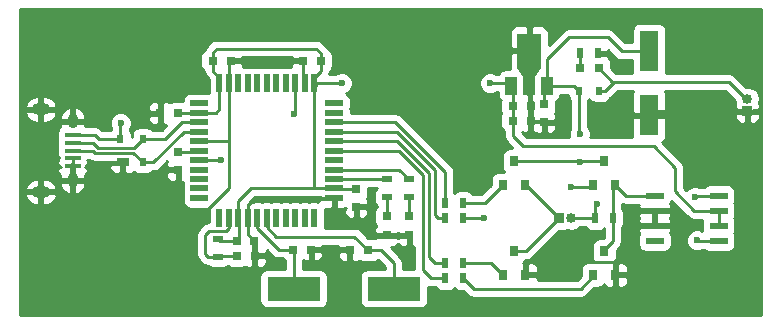
<source format=gbr>
G04 #@! TF.FileFunction,Copper,L1,Top,Signal*
%FSLAX46Y46*%
G04 Gerber Fmt 4.6, Leading zero omitted, Abs format (unit mm)*
G04 Created by KiCad (PCBNEW 4.0.6) date 03/11/18 17:34:20*
%MOMM*%
%LPD*%
G01*
G04 APERTURE LIST*
%ADD10C,0.100000*%
%ADD11R,1.550000X0.600000*%
%ADD12R,1.000000X0.700000*%
%ADD13R,0.600000X0.700000*%
%ADD14R,0.800000X0.900000*%
%ADD15R,0.800000X0.750000*%
%ADD16R,0.750000X0.800000*%
%ADD17R,1.600000X3.500000*%
%ADD18R,0.800000X0.800000*%
%ADD19R,0.600000X0.800000*%
%ADD20R,1.350000X0.400000*%
%ADD21O,0.950000X1.250000*%
%ADD22O,1.550000X1.000000*%
%ADD23R,0.850000X0.850000*%
%ADD24O,0.850000X0.850000*%
%ADD25R,0.900000X0.500000*%
%ADD26R,0.500000X0.900000*%
%ADD27R,1.500000X0.550000*%
%ADD28R,0.550000X1.500000*%
%ADD29R,1.000000X1.500000*%
%ADD30R,2.000000X3.000000*%
%ADD31R,4.500000X2.000000*%
%ADD32C,0.600000*%
%ADD33C,0.250000*%
%ADD34C,0.254000*%
G04 APERTURE END LIST*
D10*
D11*
X166972000Y-104140000D03*
X166972000Y-105410000D03*
X166972000Y-106680000D03*
X166972000Y-107950000D03*
X172372000Y-107950000D03*
X172372000Y-106680000D03*
X172372000Y-105410000D03*
X172372000Y-104140000D03*
D12*
X121932000Y-101330000D03*
D13*
X123632000Y-101330000D03*
X123632000Y-99330000D03*
X121732000Y-99330000D03*
D14*
X154117000Y-103235000D03*
X156017000Y-103235000D03*
X155067000Y-101235000D03*
X154117000Y-110855000D03*
X156017000Y-110855000D03*
X155067000Y-108855000D03*
X161737000Y-103235000D03*
X163637000Y-103235000D03*
X162687000Y-101235000D03*
X161737000Y-110855000D03*
X163637000Y-110855000D03*
X162687000Y-108855000D03*
D15*
X142659800Y-108737400D03*
X141159800Y-108737400D03*
X136371900Y-108699300D03*
X137871900Y-108699300D03*
X131584000Y-109232700D03*
X133084000Y-109232700D03*
D16*
X126606300Y-100456300D03*
X126606300Y-101956300D03*
D15*
X125107000Y-97155000D03*
X126607000Y-97155000D03*
X133071300Y-107962700D03*
X131571300Y-107962700D03*
D16*
X141706600Y-105093200D03*
X141706600Y-103593200D03*
D15*
X137172000Y-92710000D03*
X138672000Y-92710000D03*
X131052000Y-92710000D03*
X129552000Y-92710000D03*
D17*
X166497000Y-91915000D03*
X166497000Y-97315000D03*
D16*
X157607000Y-96405000D03*
X157607000Y-97905000D03*
D15*
X154952000Y-96520000D03*
X156452000Y-96520000D03*
X154952000Y-97790000D03*
X156452000Y-97790000D03*
D18*
X162217000Y-93345000D03*
X160617000Y-93345000D03*
X144272000Y-105880000D03*
X144272000Y-107480000D03*
X146177000Y-105880000D03*
X146177000Y-107480000D03*
D19*
X160567000Y-95250000D03*
X162267000Y-95250000D03*
D20*
X117682000Y-99030000D03*
X117682000Y-99680000D03*
X117682000Y-100330000D03*
X117682000Y-100980000D03*
X117682000Y-101630000D03*
D21*
X117682000Y-97830000D03*
X117682000Y-102830000D03*
D22*
X114982000Y-96830000D03*
X114982000Y-103830000D03*
D23*
X174815500Y-96977200D03*
D24*
X174815500Y-95977200D03*
D23*
X158877000Y-106045000D03*
D24*
X159877000Y-106045000D03*
D25*
X129971800Y-107847700D03*
X129971800Y-109347700D03*
D26*
X150737000Y-104775000D03*
X149237000Y-104775000D03*
X150737000Y-106045000D03*
X149237000Y-106045000D03*
X150737000Y-109855000D03*
X149237000Y-109855000D03*
X150737000Y-111125000D03*
X149237000Y-111125000D03*
D25*
X144272000Y-104255000D03*
X144272000Y-102755000D03*
X146177000Y-104255000D03*
X146177000Y-102755000D03*
D26*
X162167000Y-92075000D03*
X160667000Y-92075000D03*
X163437000Y-106045000D03*
X161937000Y-106045000D03*
D27*
X128412000Y-96330000D03*
X128412000Y-97130000D03*
X128412000Y-97930000D03*
X128412000Y-98730000D03*
X128412000Y-99530000D03*
X128412000Y-100330000D03*
X128412000Y-101130000D03*
X128412000Y-101930000D03*
X128412000Y-102730000D03*
X128412000Y-103530000D03*
X128412000Y-104330000D03*
D28*
X130112000Y-106030000D03*
X130912000Y-106030000D03*
X131712000Y-106030000D03*
X132512000Y-106030000D03*
X133312000Y-106030000D03*
X134112000Y-106030000D03*
X134912000Y-106030000D03*
X135712000Y-106030000D03*
X136512000Y-106030000D03*
X137312000Y-106030000D03*
X138112000Y-106030000D03*
D27*
X139812000Y-104330000D03*
X139812000Y-103530000D03*
X139812000Y-102730000D03*
X139812000Y-101930000D03*
X139812000Y-101130000D03*
X139812000Y-100330000D03*
X139812000Y-99530000D03*
X139812000Y-98730000D03*
X139812000Y-97930000D03*
X139812000Y-97130000D03*
X139812000Y-96330000D03*
D28*
X138112000Y-94630000D03*
X137312000Y-94630000D03*
X136512000Y-94630000D03*
X135712000Y-94630000D03*
X134912000Y-94630000D03*
X134112000Y-94630000D03*
X133312000Y-94630000D03*
X132512000Y-94630000D03*
X131712000Y-94630000D03*
X130912000Y-94630000D03*
X130112000Y-94630000D03*
D29*
X154837000Y-94825000D03*
X156337000Y-94825000D03*
X157837000Y-94825000D03*
D30*
X156337000Y-91865000D03*
D10*
G36*
X157337000Y-93340000D02*
X156837000Y-94090000D01*
X155837000Y-94090000D01*
X155337000Y-93340000D01*
X157337000Y-93340000D01*
X157337000Y-93340000D01*
G37*
D31*
X144889800Y-112014000D03*
X136389800Y-112014000D03*
D32*
X121742200Y-97993200D03*
X130200400Y-101142800D03*
X160655000Y-101307900D03*
X160604200Y-98907600D03*
X152488900Y-106006900D03*
X159880300Y-103378000D03*
X153035000Y-94615000D03*
X140462000Y-94615000D03*
X170395900Y-104267000D03*
X162077400Y-104825800D03*
X136436100Y-97193100D03*
X170535600Y-107924600D03*
D33*
X117682000Y-100980000D02*
X117682000Y-101630000D01*
X139812000Y-104330000D02*
X133096500Y-104330000D01*
X133096500Y-104330000D02*
X132512000Y-104914500D01*
X161480500Y-109728000D02*
X163385500Y-109728000D01*
X163385500Y-109728000D02*
X163576000Y-109918500D01*
X132512000Y-106030000D02*
X132512000Y-107403400D01*
X132512000Y-107403400D02*
X133071300Y-107962700D01*
X132512000Y-106030000D02*
X132512000Y-104914500D01*
X132512000Y-104914500D02*
X132651500Y-104775000D01*
X129984500Y-99530000D02*
X130912000Y-99530000D01*
X130873500Y-99568000D02*
X130912000Y-99568000D01*
X130874000Y-99568000D02*
X130873500Y-99568000D01*
X130912000Y-99530000D02*
X130874000Y-99568000D01*
X130912000Y-98869500D02*
X130912000Y-99568000D01*
X130912000Y-99568000D02*
X130912000Y-103466500D01*
X130912000Y-103466500D02*
X128714500Y-105664000D01*
X130912000Y-94630000D02*
X130912000Y-98869500D01*
X129984500Y-99530000D02*
X128412000Y-99530000D01*
X137172000Y-92710000D02*
X137172000Y-94490000D01*
X137172000Y-94490000D02*
X137312000Y-94630000D01*
X130912000Y-94630000D02*
X130912000Y-92850000D01*
X130912000Y-92850000D02*
X131052000Y-92710000D01*
X166972000Y-105410000D02*
X166972000Y-106680000D01*
X174815500Y-96977200D02*
X166834800Y-96977200D01*
X166834800Y-96977200D02*
X166497000Y-97315000D01*
X123632000Y-101330000D02*
X124514100Y-101330000D01*
X127114100Y-98730000D02*
X128412000Y-98730000D01*
X124514100Y-101330000D02*
X127114100Y-98730000D01*
X117682000Y-100330000D02*
X119392700Y-100330000D01*
X122822500Y-100520500D02*
X123632000Y-101330000D01*
X119583200Y-100520500D02*
X122822500Y-100520500D01*
X119392700Y-100330000D02*
X119583200Y-100520500D01*
X123632000Y-99330000D02*
X125536200Y-99330000D01*
X126936200Y-97930000D02*
X128412000Y-97930000D01*
X125536200Y-99330000D02*
X126936200Y-97930000D01*
X117682000Y-99680000D02*
X119441200Y-99680000D01*
X122898700Y-100063300D02*
X123632000Y-99330000D01*
X119824500Y-100063300D02*
X122898700Y-100063300D01*
X119441200Y-99680000D02*
X119824500Y-100063300D01*
X128412000Y-101130000D02*
X130187600Y-101130000D01*
X121732000Y-98003400D02*
X121732000Y-99330000D01*
X121742200Y-97993200D02*
X121732000Y-98003400D01*
X130187600Y-101130000D02*
X130200400Y-101142800D01*
X117682000Y-99030000D02*
X119578600Y-99030000D01*
X119878600Y-99330000D02*
X121732000Y-99330000D01*
X119578600Y-99030000D02*
X119878600Y-99330000D01*
X150737000Y-104775000D02*
X152577000Y-104775000D01*
X152577000Y-104775000D02*
X154117000Y-103235000D01*
X155067000Y-108855000D02*
X156067000Y-108855000D01*
X156067000Y-108855000D02*
X158877000Y-106045000D01*
X156017000Y-103235000D02*
X156067000Y-103235000D01*
X156067000Y-103235000D02*
X158877000Y-106045000D01*
X160567000Y-95250000D02*
X160567000Y-98870400D01*
X160567000Y-98870400D02*
X160604200Y-98907600D01*
X160655000Y-101307900D02*
X160655000Y-101235000D01*
X160655000Y-101235000D02*
X160655000Y-101307900D01*
X160655000Y-101307900D02*
X160655000Y-101235000D01*
X162687000Y-101235000D02*
X160655000Y-101235000D01*
X160655000Y-101235000D02*
X155067000Y-101235000D01*
X157607000Y-96405000D02*
X157607000Y-95055000D01*
X157607000Y-95055000D02*
X157837000Y-94825000D01*
X157837000Y-94825000D02*
X157837000Y-92594300D01*
X164152600Y-91915000D02*
X166497000Y-91915000D01*
X162966400Y-90728800D02*
X164152600Y-91915000D01*
X159702500Y-90728800D02*
X162966400Y-90728800D01*
X157837000Y-92594300D02*
X159702500Y-90728800D01*
X157837000Y-94825000D02*
X160142000Y-94825000D01*
X160142000Y-94825000D02*
X160567000Y-95250000D01*
X150737000Y-109855000D02*
X153117000Y-109855000D01*
X153117000Y-109855000D02*
X154117000Y-110855000D01*
X159880300Y-103378000D02*
X161594000Y-103378000D01*
X161594000Y-103378000D02*
X161737000Y-103235000D01*
X150737000Y-106045000D02*
X152450800Y-106045000D01*
X152450800Y-106045000D02*
X152488900Y-106006900D01*
X166972000Y-104140000D02*
X164542000Y-104140000D01*
X164542000Y-104140000D02*
X163637000Y-103235000D01*
X162687000Y-108855000D02*
X162687000Y-108750100D01*
X162687000Y-108750100D02*
X163437000Y-108000100D01*
X163437000Y-108000100D02*
X163437000Y-106045000D01*
X163437000Y-106045000D02*
X163437000Y-103435000D01*
X163437000Y-103435000D02*
X163637000Y-103235000D01*
X161737000Y-110855000D02*
X161737000Y-110970100D01*
X161737000Y-110970100D02*
X160680400Y-112026700D01*
X160680400Y-112026700D02*
X151638700Y-112026700D01*
X151638700Y-112026700D02*
X150737000Y-111125000D01*
X134112000Y-106030000D02*
X134112000Y-106794300D01*
X141542200Y-107619800D02*
X142659800Y-108737400D01*
X134937500Y-107619800D02*
X141542200Y-107619800D01*
X134112000Y-106794300D02*
X134937500Y-107619800D01*
X142659800Y-108737400D02*
X143751300Y-108737400D01*
X144889800Y-109875900D02*
X144889800Y-112014000D01*
X143751300Y-108737400D02*
X144889800Y-109875900D01*
X145060100Y-112184300D02*
X144889800Y-112014000D01*
X133312000Y-106030000D02*
X133312000Y-106896000D01*
X135115300Y-108699300D02*
X136371900Y-108699300D01*
X133312000Y-106896000D02*
X135115300Y-108699300D01*
X136371900Y-108699300D02*
X136371900Y-108685900D01*
X136389800Y-112014000D02*
X136389800Y-108717200D01*
X136389800Y-108717200D02*
X136371900Y-108699300D01*
X136384600Y-112019200D02*
X136389800Y-112014000D01*
X130912000Y-106030000D02*
X130912000Y-106908200D01*
X129147000Y-109347700D02*
X129971800Y-109347700D01*
X128879600Y-109080300D02*
X129147000Y-109347700D01*
X128879600Y-107467400D02*
X128879600Y-109080300D01*
X129184400Y-107162600D02*
X128879600Y-107467400D01*
X130657600Y-107162600D02*
X129184400Y-107162600D01*
X130912000Y-106908200D02*
X130657600Y-107162600D01*
X131761800Y-109232700D02*
X130086800Y-109232700D01*
X130086800Y-109232700D02*
X129971800Y-109347700D01*
X126606300Y-100456300D02*
X128285700Y-100456300D01*
X128285700Y-100456300D02*
X128412000Y-100330000D01*
X154952000Y-97790000D02*
X154952000Y-96520000D01*
X153035000Y-94615000D02*
X154627000Y-94615000D01*
X154627000Y-94615000D02*
X154837000Y-94825000D01*
X138112000Y-94630000D02*
X140447000Y-94630000D01*
X140447000Y-94630000D02*
X140462000Y-94615000D01*
X138307000Y-94825000D02*
X138112000Y-94630000D01*
X129552000Y-92710000D02*
X129552000Y-91999500D01*
X138672000Y-92101100D02*
X138672000Y-92710000D01*
X138252200Y-91681300D02*
X138672000Y-92101100D01*
X129870200Y-91681300D02*
X138252200Y-91681300D01*
X129552000Y-91999500D02*
X129870200Y-91681300D01*
X138112000Y-94630000D02*
X138112000Y-103453700D01*
X138112000Y-103453700D02*
X138188300Y-103530000D01*
X130112000Y-94630000D02*
X130112000Y-96798900D01*
X129780900Y-97130000D02*
X128412000Y-97130000D01*
X130112000Y-96798900D02*
X129780900Y-97130000D01*
X131712000Y-106030000D02*
X131712000Y-104584200D01*
X131712000Y-104584200D02*
X132766200Y-103530000D01*
X132766200Y-103530000D02*
X138188300Y-103530000D01*
X138188300Y-103530000D02*
X139812000Y-103530000D01*
X128412000Y-97130000D02*
X126632000Y-97130000D01*
X126632000Y-97130000D02*
X126607000Y-97155000D01*
X172372000Y-105410000D02*
X170294300Y-105410000D01*
X154952000Y-99097400D02*
X154952000Y-97790000D01*
X155829000Y-99974400D02*
X154952000Y-99097400D01*
X166878000Y-99974400D02*
X155829000Y-99974400D01*
X168668700Y-101765100D02*
X166878000Y-99974400D01*
X168668700Y-103784400D02*
X168668700Y-101765100D01*
X170294300Y-105410000D02*
X168668700Y-103784400D01*
X172372000Y-105410000D02*
X172372000Y-106680000D01*
X154952000Y-97790000D02*
X154952000Y-94940000D01*
X154952000Y-94940000D02*
X154837000Y-94825000D01*
X141706600Y-103593200D02*
X139875200Y-103593200D01*
X139875200Y-103593200D02*
X139812000Y-103530000D01*
X141732000Y-103390000D02*
X141706600Y-103606600D01*
X131761800Y-107962700D02*
X131761800Y-106079800D01*
X131761800Y-106079800D02*
X131712000Y-106030000D01*
X131761800Y-107962700D02*
X130086800Y-107962700D01*
X130086800Y-107962700D02*
X129971800Y-107847700D01*
X138112000Y-94630000D02*
X138112000Y-94171000D01*
X138112000Y-94171000D02*
X138672000Y-93611000D01*
X138672000Y-93611000D02*
X138672000Y-92710000D01*
X130112000Y-94630000D02*
X130112000Y-94145600D01*
X130112000Y-94145600D02*
X129552000Y-93585600D01*
X129552000Y-93585600D02*
X129552000Y-92710000D01*
X162267000Y-95250000D02*
X162788600Y-95250000D01*
X162788600Y-95250000D02*
X163525200Y-94513400D01*
X174815500Y-95977200D02*
X174704500Y-95977200D01*
X174704500Y-95977200D02*
X173240700Y-94513400D01*
X173240700Y-94513400D02*
X163525200Y-94513400D01*
X163525200Y-94513400D02*
X163385400Y-94513400D01*
X163385400Y-94513400D02*
X162217000Y-93345000D01*
X160617000Y-93345000D02*
X160617000Y-92125000D01*
X160617000Y-92125000D02*
X160667000Y-92075000D01*
X144272000Y-105880000D02*
X144272000Y-104255000D01*
X146177000Y-105880000D02*
X146177000Y-104255000D01*
X170522900Y-104140000D02*
X172372000Y-104140000D01*
X170395900Y-104267000D02*
X170522900Y-104140000D01*
X161937000Y-104966200D02*
X162077400Y-104825800D01*
X161937000Y-106045000D02*
X161937000Y-104966200D01*
X159877000Y-106045000D02*
X161937000Y-106045000D01*
X139812000Y-97930000D02*
X144996200Y-97930000D01*
X149237000Y-102170800D02*
X149237000Y-104775000D01*
X144996200Y-97930000D02*
X149237000Y-102170800D01*
X149237000Y-106045000D02*
X148602700Y-106045000D01*
X145110400Y-98730000D02*
X139812000Y-98730000D01*
X148361400Y-101981000D02*
X145110400Y-98730000D01*
X148361400Y-105803700D02*
X148361400Y-101981000D01*
X148602700Y-106045000D02*
X148361400Y-105803700D01*
X149237000Y-109855000D02*
X148399500Y-109855000D01*
X145173800Y-99530000D02*
X139812000Y-99530000D01*
X147866100Y-102222300D02*
X145173800Y-99530000D01*
X147866100Y-109321600D02*
X147866100Y-102222300D01*
X148399500Y-109855000D02*
X147866100Y-109321600D01*
X139812000Y-100330000D02*
X145275300Y-100330000D01*
X147993100Y-111125000D02*
X149237000Y-111125000D01*
X147307300Y-110439200D02*
X147993100Y-111125000D01*
X147307300Y-102362000D02*
X147307300Y-110439200D01*
X145275300Y-100330000D02*
X147307300Y-102362000D01*
X144272000Y-102755000D02*
X139837000Y-102755000D01*
X139837000Y-102755000D02*
X139812000Y-102730000D01*
X139989500Y-102552500D02*
X139812000Y-102730000D01*
X139812000Y-101930000D02*
X145352000Y-101930000D01*
X145352000Y-101930000D02*
X146177000Y-102755000D01*
X172372000Y-107950000D02*
X170561000Y-107950000D01*
X136512000Y-97117200D02*
X136512000Y-94630000D01*
X136436100Y-97193100D02*
X136512000Y-97117200D01*
X170561000Y-107950000D02*
X170535600Y-107924600D01*
D34*
G36*
X175947000Y-114225000D02*
X113232000Y-114225000D01*
X113232000Y-104131874D01*
X113612881Y-104131874D01*
X113814632Y-104542763D01*
X114155322Y-104830002D01*
X114580000Y-104965000D01*
X114855000Y-104965000D01*
X114855000Y-103957000D01*
X115109000Y-103957000D01*
X115109000Y-104965000D01*
X115384000Y-104965000D01*
X115808678Y-104830002D01*
X116149368Y-104542763D01*
X116351119Y-104131874D01*
X116224954Y-103957000D01*
X115109000Y-103957000D01*
X114855000Y-103957000D01*
X113739046Y-103957000D01*
X113612881Y-104131874D01*
X113232000Y-104131874D01*
X113232000Y-103528126D01*
X113612881Y-103528126D01*
X113739046Y-103703000D01*
X114855000Y-103703000D01*
X114855000Y-102695000D01*
X115109000Y-102695000D01*
X115109000Y-103703000D01*
X116224954Y-103703000D01*
X116351119Y-103528126D01*
X116156191Y-103131131D01*
X116580771Y-103131131D01*
X116722432Y-103541049D01*
X117010179Y-103865552D01*
X117384062Y-104049268D01*
X117555000Y-103922734D01*
X117555000Y-102957000D01*
X117809000Y-102957000D01*
X117809000Y-103922734D01*
X117979938Y-104049268D01*
X118353821Y-103865552D01*
X118641568Y-103541049D01*
X118783229Y-103131131D01*
X118634563Y-102957000D01*
X117809000Y-102957000D01*
X117555000Y-102957000D01*
X116729437Y-102957000D01*
X116580771Y-103131131D01*
X116156191Y-103131131D01*
X116149368Y-103117237D01*
X115808678Y-102829998D01*
X115384000Y-102695000D01*
X115109000Y-102695000D01*
X114855000Y-102695000D01*
X114580000Y-102695000D01*
X114155322Y-102829998D01*
X113814632Y-103117237D01*
X113612881Y-103528126D01*
X113232000Y-103528126D01*
X113232000Y-98830000D01*
X116359560Y-98830000D01*
X116359560Y-99230000D01*
X116383944Y-99359589D01*
X116359560Y-99480000D01*
X116359560Y-99880000D01*
X116383944Y-100009589D01*
X116359560Y-100130000D01*
X116359560Y-100530000D01*
X116379450Y-100635705D01*
X116372000Y-100653690D01*
X116372000Y-100721250D01*
X116401004Y-100750254D01*
X116403838Y-100765317D01*
X116542910Y-100981441D01*
X116551598Y-100987377D01*
X116468673Y-101070301D01*
X116417920Y-101192830D01*
X116372000Y-101238750D01*
X116372000Y-101371250D01*
X116417920Y-101417170D01*
X116468673Y-101539699D01*
X116647302Y-101718327D01*
X116675483Y-101730000D01*
X116530750Y-101730000D01*
X116372000Y-101888750D01*
X116372000Y-101956310D01*
X116468673Y-102189699D01*
X116639090Y-102360115D01*
X116580771Y-102528869D01*
X116729437Y-102703000D01*
X117555000Y-102703000D01*
X117555000Y-101730000D01*
X117545184Y-101730000D01*
X117508445Y-101702805D01*
X117555000Y-101656250D01*
X117555000Y-101483000D01*
X117809000Y-101483000D01*
X117809000Y-101656250D01*
X117855555Y-101702805D01*
X117818816Y-101730000D01*
X117809000Y-101730000D01*
X117809000Y-102703000D01*
X118634563Y-102703000D01*
X118783229Y-102528869D01*
X118724910Y-102360115D01*
X118895327Y-102189699D01*
X118992000Y-101956310D01*
X118992000Y-101888750D01*
X118833250Y-101730000D01*
X118688517Y-101730000D01*
X118716698Y-101718327D01*
X118819275Y-101615750D01*
X120797000Y-101615750D01*
X120797000Y-101806310D01*
X120893673Y-102039699D01*
X121072302Y-102218327D01*
X121305691Y-102315000D01*
X121646250Y-102315000D01*
X121805000Y-102156250D01*
X121805000Y-101457000D01*
X120955750Y-101457000D01*
X120797000Y-101615750D01*
X118819275Y-101615750D01*
X118895327Y-101539699D01*
X118946080Y-101417170D01*
X118992000Y-101371250D01*
X118992000Y-101238750D01*
X118946080Y-101192830D01*
X118910529Y-101107002D01*
X118992000Y-101107002D01*
X118992000Y-101090000D01*
X119093839Y-101090000D01*
X119292361Y-101222648D01*
X119583200Y-101280500D01*
X122079000Y-101280500D01*
X122079000Y-101457000D01*
X122059000Y-101457000D01*
X122059000Y-102156250D01*
X122217750Y-102315000D01*
X122558309Y-102315000D01*
X122791698Y-102218327D01*
X122874252Y-102135774D01*
X123080110Y-102276431D01*
X123332000Y-102327440D01*
X123932000Y-102327440D01*
X124167317Y-102283162D01*
X124231206Y-102242050D01*
X125596300Y-102242050D01*
X125596300Y-102482609D01*
X125692973Y-102715998D01*
X125871601Y-102894627D01*
X126104990Y-102991300D01*
X126320550Y-102991300D01*
X126479300Y-102832550D01*
X126479300Y-102083300D01*
X125755050Y-102083300D01*
X125596300Y-102242050D01*
X124231206Y-102242050D01*
X124383441Y-102144090D01*
X124420399Y-102090000D01*
X124514100Y-102090000D01*
X124804939Y-102032148D01*
X125051501Y-101867401D01*
X125672236Y-101246666D01*
X125596300Y-101429991D01*
X125596300Y-101670550D01*
X125755050Y-101829300D01*
X126479300Y-101829300D01*
X126479300Y-101809300D01*
X126733300Y-101809300D01*
X126733300Y-101829300D01*
X126753300Y-101829300D01*
X126753300Y-102083300D01*
X126733300Y-102083300D01*
X126733300Y-102832550D01*
X126892050Y-102991300D01*
X127014560Y-102991300D01*
X127014560Y-103005000D01*
X127038944Y-103134589D01*
X127014560Y-103255000D01*
X127014560Y-103805000D01*
X127038944Y-103934589D01*
X127014560Y-104055000D01*
X127014560Y-104605000D01*
X127058838Y-104840317D01*
X127197910Y-105056441D01*
X127410110Y-105201431D01*
X127662000Y-105252440D01*
X129162000Y-105252440D01*
X129196454Y-105245957D01*
X129189560Y-105280000D01*
X129189560Y-106402600D01*
X129184400Y-106402600D01*
X128893560Y-106460452D01*
X128646999Y-106625199D01*
X128342199Y-106929999D01*
X128177452Y-107176561D01*
X128119600Y-107467400D01*
X128119600Y-109080300D01*
X128177452Y-109371139D01*
X128342199Y-109617701D01*
X128609599Y-109885101D01*
X128856161Y-110049848D01*
X129141941Y-110106694D01*
X129269910Y-110194131D01*
X129521800Y-110245140D01*
X130421800Y-110245140D01*
X130657117Y-110200862D01*
X130796273Y-110111318D01*
X130932110Y-110204131D01*
X131184000Y-110255140D01*
X131984000Y-110255140D01*
X132219317Y-110210862D01*
X132322646Y-110144371D01*
X132324302Y-110146027D01*
X132557691Y-110242700D01*
X132798250Y-110242700D01*
X132957000Y-110083950D01*
X132957000Y-109359700D01*
X133211000Y-109359700D01*
X133211000Y-110083950D01*
X133369750Y-110242700D01*
X133610309Y-110242700D01*
X133843698Y-110146027D01*
X134022327Y-109967399D01*
X134119000Y-109734010D01*
X134119000Y-109518450D01*
X133960250Y-109359700D01*
X133211000Y-109359700D01*
X132957000Y-109359700D01*
X132937000Y-109359700D01*
X132937000Y-109105700D01*
X132957000Y-109105700D01*
X132957000Y-108381450D01*
X132944300Y-108368750D01*
X132944300Y-108089700D01*
X132924300Y-108089700D01*
X132924300Y-107835700D01*
X132944300Y-107835700D01*
X132944300Y-107815700D01*
X133156898Y-107815700D01*
X133218300Y-107877102D01*
X133218300Y-108089700D01*
X133198300Y-108089700D01*
X133198300Y-108813950D01*
X133211000Y-108826650D01*
X133211000Y-109105700D01*
X133960250Y-109105700D01*
X134119000Y-108946950D01*
X134119000Y-108777802D01*
X134577899Y-109236701D01*
X134824460Y-109401448D01*
X135115300Y-109459300D01*
X135465056Y-109459300D01*
X135507810Y-109525741D01*
X135629800Y-109609093D01*
X135629800Y-110366560D01*
X134139800Y-110366560D01*
X133904483Y-110410838D01*
X133688359Y-110549910D01*
X133543369Y-110762110D01*
X133492360Y-111014000D01*
X133492360Y-113014000D01*
X133536638Y-113249317D01*
X133675710Y-113465441D01*
X133887910Y-113610431D01*
X134139800Y-113661440D01*
X138639800Y-113661440D01*
X138875117Y-113617162D01*
X139091241Y-113478090D01*
X139236231Y-113265890D01*
X139287240Y-113014000D01*
X139287240Y-111014000D01*
X139242962Y-110778683D01*
X139103890Y-110562559D01*
X138891690Y-110417569D01*
X138639800Y-110366560D01*
X137149800Y-110366560D01*
X137149800Y-109628201D01*
X137345591Y-109709300D01*
X137586150Y-109709300D01*
X137744900Y-109550550D01*
X137744900Y-108826300D01*
X137998900Y-108826300D01*
X137998900Y-109550550D01*
X138157650Y-109709300D01*
X138398209Y-109709300D01*
X138631598Y-109612627D01*
X138810227Y-109433999D01*
X138906900Y-109200610D01*
X138906900Y-109023150D01*
X140124800Y-109023150D01*
X140124800Y-109238710D01*
X140221473Y-109472099D01*
X140400102Y-109650727D01*
X140633491Y-109747400D01*
X140874050Y-109747400D01*
X141032800Y-109588650D01*
X141032800Y-108864400D01*
X140283550Y-108864400D01*
X140124800Y-109023150D01*
X138906900Y-109023150D01*
X138906900Y-108985050D01*
X138748150Y-108826300D01*
X137998900Y-108826300D01*
X137744900Y-108826300D01*
X137724900Y-108826300D01*
X137724900Y-108572300D01*
X137744900Y-108572300D01*
X137744900Y-108552300D01*
X137998900Y-108552300D01*
X137998900Y-108572300D01*
X138748150Y-108572300D01*
X138906900Y-108413550D01*
X138906900Y-108379800D01*
X140124800Y-108379800D01*
X140124800Y-108451650D01*
X140283550Y-108610400D01*
X141032800Y-108610400D01*
X141032800Y-108590400D01*
X141286800Y-108590400D01*
X141286800Y-108610400D01*
X141306800Y-108610400D01*
X141306800Y-108864400D01*
X141286800Y-108864400D01*
X141286800Y-109588650D01*
X141445550Y-109747400D01*
X141686109Y-109747400D01*
X141919498Y-109650727D01*
X141920868Y-109649357D01*
X142007910Y-109708831D01*
X142259800Y-109759840D01*
X143059800Y-109759840D01*
X143295117Y-109715562D01*
X143511241Y-109576490D01*
X143513006Y-109573908D01*
X144129800Y-110190702D01*
X144129800Y-110366560D01*
X142639800Y-110366560D01*
X142404483Y-110410838D01*
X142188359Y-110549910D01*
X142043369Y-110762110D01*
X141992360Y-111014000D01*
X141992360Y-113014000D01*
X142036638Y-113249317D01*
X142175710Y-113465441D01*
X142387910Y-113610431D01*
X142639800Y-113661440D01*
X147139800Y-113661440D01*
X147375117Y-113617162D01*
X147591241Y-113478090D01*
X147736231Y-113265890D01*
X147787240Y-113014000D01*
X147787240Y-111844052D01*
X147993100Y-111885000D01*
X148431895Y-111885000D01*
X148522910Y-112026441D01*
X148735110Y-112171431D01*
X148987000Y-112222440D01*
X149487000Y-112222440D01*
X149722317Y-112178162D01*
X149938441Y-112039090D01*
X149986134Y-111969289D01*
X150022910Y-112026441D01*
X150235110Y-112171431D01*
X150487000Y-112222440D01*
X150759638Y-112222440D01*
X151101299Y-112564101D01*
X151347860Y-112728848D01*
X151638700Y-112786700D01*
X160680400Y-112786700D01*
X160971239Y-112728848D01*
X161217801Y-112564101D01*
X161829462Y-111952440D01*
X162137000Y-111952440D01*
X162372317Y-111908162D01*
X162588441Y-111769090D01*
X162683990Y-111629250D01*
X162698673Y-111664698D01*
X162877301Y-111843327D01*
X163110690Y-111940000D01*
X163351250Y-111940000D01*
X163510000Y-111781250D01*
X163510000Y-110982000D01*
X163764000Y-110982000D01*
X163764000Y-111781250D01*
X163922750Y-111940000D01*
X164163310Y-111940000D01*
X164396699Y-111843327D01*
X164575327Y-111664698D01*
X164672000Y-111431309D01*
X164672000Y-111140750D01*
X164513250Y-110982000D01*
X163764000Y-110982000D01*
X163510000Y-110982000D01*
X163490000Y-110982000D01*
X163490000Y-110728000D01*
X163510000Y-110728000D01*
X163510000Y-109928750D01*
X163764000Y-109928750D01*
X163764000Y-110728000D01*
X164513250Y-110728000D01*
X164672000Y-110569250D01*
X164672000Y-110278691D01*
X164575327Y-110045302D01*
X164396699Y-109866673D01*
X164163310Y-109770000D01*
X163922750Y-109770000D01*
X163764000Y-109928750D01*
X163510000Y-109928750D01*
X163423988Y-109842738D01*
X163538441Y-109769090D01*
X163683431Y-109556890D01*
X163734440Y-109305000D01*
X163734440Y-108777462D01*
X163974401Y-108537501D01*
X164139148Y-108290940D01*
X164197000Y-108000100D01*
X164197000Y-107650000D01*
X165549560Y-107650000D01*
X165549560Y-108250000D01*
X165593838Y-108485317D01*
X165732910Y-108701441D01*
X165945110Y-108846431D01*
X166197000Y-108897440D01*
X167747000Y-108897440D01*
X167982317Y-108853162D01*
X168198441Y-108714090D01*
X168343431Y-108501890D01*
X168394440Y-108250000D01*
X168394440Y-107650000D01*
X168350162Y-107414683D01*
X168291822Y-107324020D01*
X168382000Y-107106310D01*
X168382000Y-106965750D01*
X168223250Y-106807000D01*
X167099000Y-106807000D01*
X167099000Y-106827000D01*
X166845000Y-106827000D01*
X166845000Y-106807000D01*
X165720750Y-106807000D01*
X165562000Y-106965750D01*
X165562000Y-107106310D01*
X165651806Y-107323122D01*
X165600569Y-107398110D01*
X165549560Y-107650000D01*
X164197000Y-107650000D01*
X164197000Y-106873386D01*
X164283431Y-106746890D01*
X164334440Y-106495000D01*
X164334440Y-105695750D01*
X165562000Y-105695750D01*
X165562000Y-105836310D01*
X165648442Y-106045000D01*
X165562000Y-106253690D01*
X165562000Y-106394250D01*
X165720750Y-106553000D01*
X166845000Y-106553000D01*
X166845000Y-105537000D01*
X167099000Y-105537000D01*
X167099000Y-106553000D01*
X168223250Y-106553000D01*
X168382000Y-106394250D01*
X168382000Y-106253690D01*
X168295558Y-106045000D01*
X168382000Y-105836310D01*
X168382000Y-105695750D01*
X168223250Y-105537000D01*
X167099000Y-105537000D01*
X166845000Y-105537000D01*
X165720750Y-105537000D01*
X165562000Y-105695750D01*
X164334440Y-105695750D01*
X164334440Y-105595000D01*
X164290162Y-105359683D01*
X164197000Y-105214905D01*
X164197000Y-104805959D01*
X164251160Y-104842148D01*
X164542000Y-104900000D01*
X165596666Y-104900000D01*
X165562000Y-104983690D01*
X165562000Y-105124250D01*
X165720750Y-105283000D01*
X166845000Y-105283000D01*
X166845000Y-105263000D01*
X167099000Y-105263000D01*
X167099000Y-105283000D01*
X168223250Y-105283000D01*
X168382000Y-105124250D01*
X168382000Y-104983690D01*
X168292194Y-104766878D01*
X168343431Y-104691890D01*
X168370031Y-104560533D01*
X169756899Y-105947401D01*
X170003461Y-106112148D01*
X170294300Y-106170000D01*
X170992086Y-106170000D01*
X170949560Y-106380000D01*
X170949560Y-106980000D01*
X170970805Y-107092910D01*
X170722399Y-106989762D01*
X170350433Y-106989438D01*
X170006657Y-107131483D01*
X169743408Y-107394273D01*
X169600762Y-107737801D01*
X169600438Y-108109767D01*
X169742483Y-108453543D01*
X170005273Y-108716792D01*
X170348801Y-108859438D01*
X170720767Y-108859762D01*
X171064543Y-108717717D01*
X171072273Y-108710000D01*
X171145437Y-108710000D01*
X171345110Y-108846431D01*
X171597000Y-108897440D01*
X173147000Y-108897440D01*
X173382317Y-108853162D01*
X173598441Y-108714090D01*
X173743431Y-108501890D01*
X173794440Y-108250000D01*
X173794440Y-107650000D01*
X173750162Y-107414683D01*
X173686322Y-107315472D01*
X173743431Y-107231890D01*
X173794440Y-106980000D01*
X173794440Y-106380000D01*
X173750162Y-106144683D01*
X173686322Y-106045472D01*
X173743431Y-105961890D01*
X173794440Y-105710000D01*
X173794440Y-105110000D01*
X173750162Y-104874683D01*
X173686322Y-104775472D01*
X173743431Y-104691890D01*
X173794440Y-104440000D01*
X173794440Y-103840000D01*
X173750162Y-103604683D01*
X173611090Y-103388559D01*
X173398890Y-103243569D01*
X173147000Y-103192560D01*
X171597000Y-103192560D01*
X171361683Y-103236838D01*
X171145559Y-103375910D01*
X171142764Y-103380000D01*
X170697905Y-103380000D01*
X170582699Y-103332162D01*
X170210733Y-103331838D01*
X169866957Y-103473883D01*
X169649782Y-103690680D01*
X169428700Y-103469598D01*
X169428700Y-101765100D01*
X169407765Y-101659852D01*
X169370848Y-101474260D01*
X169206101Y-101227699D01*
X167603687Y-99625285D01*
X167656699Y-99603327D01*
X167835327Y-99424698D01*
X167932000Y-99191309D01*
X167932000Y-97600750D01*
X167773250Y-97442000D01*
X166624000Y-97442000D01*
X166624000Y-97462000D01*
X166370000Y-97462000D01*
X166370000Y-97442000D01*
X165220750Y-97442000D01*
X165062000Y-97600750D01*
X165062000Y-99191309D01*
X165071565Y-99214400D01*
X161489209Y-99214400D01*
X161539038Y-99094399D01*
X161539362Y-98722433D01*
X161397317Y-98378657D01*
X161327000Y-98308217D01*
X161327000Y-97262950D01*
X173755500Y-97262950D01*
X173755500Y-97528510D01*
X173852173Y-97761899D01*
X174030802Y-97940527D01*
X174264191Y-98037200D01*
X174529750Y-98037200D01*
X174688500Y-97878450D01*
X174688500Y-97104200D01*
X174942500Y-97104200D01*
X174942500Y-97878450D01*
X175101250Y-98037200D01*
X175366809Y-98037200D01*
X175600198Y-97940527D01*
X175778827Y-97761899D01*
X175875500Y-97528510D01*
X175875500Y-97262950D01*
X175716750Y-97104200D01*
X174942500Y-97104200D01*
X174688500Y-97104200D01*
X173914250Y-97104200D01*
X173755500Y-97262950D01*
X161327000Y-97262950D01*
X161327000Y-96101563D01*
X161417633Y-95968917D01*
X161502910Y-96101441D01*
X161715110Y-96246431D01*
X161967000Y-96297440D01*
X162567000Y-96297440D01*
X162802317Y-96253162D01*
X163018441Y-96114090D01*
X163163431Y-95901890D01*
X163164804Y-95895109D01*
X163326001Y-95787401D01*
X163840002Y-95273400D01*
X165130466Y-95273400D01*
X165062000Y-95438691D01*
X165062000Y-97029250D01*
X165220750Y-97188000D01*
X166370000Y-97188000D01*
X166370000Y-97168000D01*
X166624000Y-97168000D01*
X166624000Y-97188000D01*
X167773250Y-97188000D01*
X167932000Y-97029250D01*
X167932000Y-95438691D01*
X167863534Y-95273400D01*
X172925898Y-95273400D01*
X173760814Y-96108316D01*
X173801766Y-96314195D01*
X173755500Y-96425890D01*
X173755500Y-96691450D01*
X173914250Y-96850200D01*
X174229982Y-96850200D01*
X174389089Y-96956512D01*
X174794733Y-97037200D01*
X174836267Y-97037200D01*
X175241911Y-96956512D01*
X175401018Y-96850200D01*
X175716750Y-96850200D01*
X175875500Y-96691450D01*
X175875500Y-96425890D01*
X175829234Y-96314195D01*
X175896267Y-95977200D01*
X175815579Y-95571556D01*
X175585800Y-95227667D01*
X175241911Y-94997888D01*
X174836267Y-94917200D01*
X174794733Y-94917200D01*
X174731817Y-94929715D01*
X173778101Y-93975999D01*
X173531539Y-93811252D01*
X173240700Y-93753400D01*
X167926539Y-93753400D01*
X167944440Y-93665000D01*
X167944440Y-90165000D01*
X167900162Y-89929683D01*
X167761090Y-89713559D01*
X167548890Y-89568569D01*
X167297000Y-89517560D01*
X165697000Y-89517560D01*
X165461683Y-89561838D01*
X165245559Y-89700910D01*
X165100569Y-89913110D01*
X165049560Y-90165000D01*
X165049560Y-91155000D01*
X164467402Y-91155000D01*
X163503801Y-90191399D01*
X163257239Y-90026652D01*
X162966400Y-89968800D01*
X159702500Y-89968800D01*
X159459914Y-90017054D01*
X159411660Y-90026652D01*
X159165099Y-90191399D01*
X157972000Y-91384498D01*
X157972000Y-90238690D01*
X157875327Y-90005301D01*
X157696698Y-89826673D01*
X157463309Y-89730000D01*
X156622750Y-89730000D01*
X156464000Y-89888750D01*
X156464000Y-91738000D01*
X156484000Y-91738000D01*
X156484000Y-91992000D01*
X156464000Y-91992000D01*
X156464000Y-94737440D01*
X156484000Y-94737440D01*
X156484000Y-94952000D01*
X156464000Y-94952000D01*
X156464000Y-96051250D01*
X156579000Y-96166250D01*
X156579000Y-96393000D01*
X156584560Y-96393000D01*
X156584560Y-96647000D01*
X156579000Y-96647000D01*
X156579000Y-97663000D01*
X156640750Y-97663000D01*
X156755750Y-97778000D01*
X157480000Y-97778000D01*
X157480000Y-97758000D01*
X157734000Y-97758000D01*
X157734000Y-97778000D01*
X158458250Y-97778000D01*
X158617000Y-97619250D01*
X158617000Y-97378691D01*
X158520327Y-97145302D01*
X158518957Y-97143932D01*
X158578431Y-97056890D01*
X158629440Y-96805000D01*
X158629440Y-96141404D01*
X158788441Y-96039090D01*
X158933431Y-95826890D01*
X158982415Y-95585000D01*
X159619560Y-95585000D01*
X159619560Y-95650000D01*
X159663838Y-95885317D01*
X159802910Y-96101441D01*
X159807000Y-96104236D01*
X159807000Y-98389334D01*
X159669362Y-98720801D01*
X159669038Y-99092767D01*
X159719296Y-99214400D01*
X156143802Y-99214400D01*
X155712000Y-98782598D01*
X155712000Y-98711486D01*
X155925691Y-98800000D01*
X156166250Y-98800000D01*
X156325000Y-98641250D01*
X156325000Y-97917000D01*
X156579000Y-97917000D01*
X156579000Y-98641250D01*
X156737750Y-98800000D01*
X156828974Y-98800000D01*
X156872301Y-98843327D01*
X157105690Y-98940000D01*
X157321250Y-98940000D01*
X157480000Y-98781250D01*
X157480000Y-98308209D01*
X157487000Y-98291310D01*
X157487000Y-98075750D01*
X157480000Y-98068750D01*
X157480000Y-98032000D01*
X157734000Y-98032000D01*
X157734000Y-98781250D01*
X157892750Y-98940000D01*
X158108310Y-98940000D01*
X158341699Y-98843327D01*
X158520327Y-98664698D01*
X158617000Y-98431309D01*
X158617000Y-98190750D01*
X158458250Y-98032000D01*
X157734000Y-98032000D01*
X157480000Y-98032000D01*
X157443250Y-98032000D01*
X157328250Y-97917000D01*
X156579000Y-97917000D01*
X156325000Y-97917000D01*
X156305000Y-97917000D01*
X156305000Y-97663000D01*
X156325000Y-97663000D01*
X156325000Y-96647000D01*
X156305000Y-96647000D01*
X156305000Y-96393000D01*
X156325000Y-96393000D01*
X156325000Y-95668750D01*
X156210000Y-95553750D01*
X156210000Y-94952000D01*
X156190000Y-94952000D01*
X156190000Y-94737440D01*
X156210000Y-94737440D01*
X156210000Y-91992000D01*
X154860750Y-91992000D01*
X154702000Y-92150750D01*
X154702000Y-93375008D01*
X154701400Y-93427560D01*
X154337000Y-93427560D01*
X154101683Y-93471838D01*
X153885559Y-93610910D01*
X153740569Y-93823110D01*
X153734111Y-93855000D01*
X153597463Y-93855000D01*
X153565327Y-93822808D01*
X153221799Y-93680162D01*
X152849833Y-93679838D01*
X152506057Y-93821883D01*
X152242808Y-94084673D01*
X152100162Y-94428201D01*
X152099838Y-94800167D01*
X152241883Y-95143943D01*
X152504673Y-95407192D01*
X152848201Y-95549838D01*
X153220167Y-95550162D01*
X153563943Y-95408117D01*
X153597118Y-95375000D01*
X153689560Y-95375000D01*
X153689560Y-95575000D01*
X153733838Y-95810317D01*
X153872910Y-96026441D01*
X153921804Y-96059849D01*
X153904560Y-96145000D01*
X153904560Y-96895000D01*
X153948838Y-97130317D01*
X153962970Y-97152279D01*
X153955569Y-97163110D01*
X153904560Y-97415000D01*
X153904560Y-98165000D01*
X153948838Y-98400317D01*
X154087910Y-98616441D01*
X154192000Y-98687563D01*
X154192000Y-99097400D01*
X154249852Y-99388239D01*
X154414599Y-99634801D01*
X154917358Y-100137560D01*
X154667000Y-100137560D01*
X154431683Y-100181838D01*
X154215559Y-100320910D01*
X154070569Y-100533110D01*
X154019560Y-100785000D01*
X154019560Y-101685000D01*
X154063838Y-101920317D01*
X154202910Y-102136441D01*
X154204548Y-102137560D01*
X153717000Y-102137560D01*
X153481683Y-102181838D01*
X153265559Y-102320910D01*
X153120569Y-102533110D01*
X153069560Y-102785000D01*
X153069560Y-103207638D01*
X152262198Y-104015000D01*
X151542105Y-104015000D01*
X151451090Y-103873559D01*
X151238890Y-103728569D01*
X150987000Y-103677560D01*
X150487000Y-103677560D01*
X150251683Y-103721838D01*
X150035559Y-103860910D01*
X149997000Y-103917343D01*
X149997000Y-102170800D01*
X149939148Y-101879961D01*
X149774401Y-101633399D01*
X145533601Y-97392599D01*
X145287039Y-97227852D01*
X144996200Y-97170000D01*
X141209440Y-97170000D01*
X141209440Y-96855000D01*
X141185056Y-96725411D01*
X141209440Y-96605000D01*
X141209440Y-96055000D01*
X141165162Y-95819683D01*
X141026090Y-95603559D01*
X140834597Y-95472718D01*
X140990943Y-95408117D01*
X141254192Y-95145327D01*
X141396838Y-94801799D01*
X141397162Y-94429833D01*
X141255117Y-94086057D01*
X140992327Y-93822808D01*
X140648799Y-93680162D01*
X140276833Y-93679838D01*
X139933057Y-93821883D01*
X139884856Y-93870000D01*
X139380481Y-93870000D01*
X139432000Y-93611000D01*
X139432000Y-93607931D01*
X139523441Y-93549090D01*
X139668431Y-93336890D01*
X139719440Y-93085000D01*
X139719440Y-92335000D01*
X139675162Y-92099683D01*
X139536090Y-91883559D01*
X139328224Y-91741530D01*
X139209401Y-91563699D01*
X138789601Y-91143899D01*
X138543039Y-90979152D01*
X138252200Y-90921300D01*
X129870200Y-90921300D01*
X129579361Y-90979152D01*
X129332799Y-91143899D01*
X129014599Y-91462099D01*
X128849852Y-91708661D01*
X128834755Y-91784557D01*
X128700559Y-91870910D01*
X128555569Y-92083110D01*
X128504560Y-92335000D01*
X128504560Y-93085000D01*
X128548838Y-93320317D01*
X128687910Y-93536441D01*
X128797056Y-93611017D01*
X128849852Y-93876439D01*
X129014599Y-94123001D01*
X129189560Y-94297962D01*
X129189560Y-95380000D01*
X129196043Y-95414454D01*
X129162000Y-95407560D01*
X127662000Y-95407560D01*
X127426683Y-95451838D01*
X127210559Y-95590910D01*
X127065569Y-95803110D01*
X127014560Y-96055000D01*
X127014560Y-96134091D01*
X127007000Y-96132560D01*
X126207000Y-96132560D01*
X125971683Y-96176838D01*
X125868354Y-96243329D01*
X125866698Y-96241673D01*
X125633309Y-96145000D01*
X125392750Y-96145000D01*
X125234000Y-96303750D01*
X125234000Y-97028000D01*
X125254000Y-97028000D01*
X125254000Y-97282000D01*
X125234000Y-97282000D01*
X125234000Y-98006250D01*
X125392750Y-98165000D01*
X125626398Y-98165000D01*
X125221398Y-98570000D01*
X124422757Y-98570000D01*
X124396090Y-98528559D01*
X124183890Y-98383569D01*
X123932000Y-98332560D01*
X123332000Y-98332560D01*
X123096683Y-98376838D01*
X122880559Y-98515910D01*
X122735569Y-98728110D01*
X122684560Y-98980000D01*
X122684560Y-99202638D01*
X122679440Y-99207758D01*
X122679440Y-98980000D01*
X122635162Y-98744683D01*
X122509099Y-98548776D01*
X122534392Y-98523527D01*
X122677038Y-98179999D01*
X122677362Y-97808033D01*
X122535317Y-97464257D01*
X122511851Y-97440750D01*
X124072000Y-97440750D01*
X124072000Y-97656310D01*
X124168673Y-97889699D01*
X124347302Y-98068327D01*
X124580691Y-98165000D01*
X124821250Y-98165000D01*
X124980000Y-98006250D01*
X124980000Y-97282000D01*
X124230750Y-97282000D01*
X124072000Y-97440750D01*
X122511851Y-97440750D01*
X122272527Y-97201008D01*
X121928999Y-97058362D01*
X121557033Y-97058038D01*
X121213257Y-97200083D01*
X120950008Y-97462873D01*
X120807362Y-97806401D01*
X120807038Y-98178367D01*
X120949083Y-98522143D01*
X120965241Y-98538329D01*
X120943601Y-98570000D01*
X120193402Y-98570000D01*
X120116001Y-98492599D01*
X119869439Y-98327852D01*
X119578600Y-98270000D01*
X118735238Y-98270000D01*
X118783229Y-98131131D01*
X118634563Y-97957000D01*
X117809000Y-97957000D01*
X117809000Y-97977000D01*
X117555000Y-97977000D01*
X117555000Y-97957000D01*
X116729437Y-97957000D01*
X116580771Y-98131131D01*
X116642560Y-98309926D01*
X116555559Y-98365910D01*
X116410569Y-98578110D01*
X116359560Y-98830000D01*
X113232000Y-98830000D01*
X113232000Y-97131874D01*
X113612881Y-97131874D01*
X113814632Y-97542763D01*
X114155322Y-97830002D01*
X114580000Y-97965000D01*
X114855000Y-97965000D01*
X114855000Y-96957000D01*
X115109000Y-96957000D01*
X115109000Y-97965000D01*
X115384000Y-97965000D01*
X115808678Y-97830002D01*
X116149368Y-97542763D01*
X116156190Y-97528869D01*
X116580771Y-97528869D01*
X116729437Y-97703000D01*
X117555000Y-97703000D01*
X117555000Y-96737266D01*
X117809000Y-96737266D01*
X117809000Y-97703000D01*
X118634563Y-97703000D01*
X118783229Y-97528869D01*
X118641568Y-97118951D01*
X118353821Y-96794448D01*
X118067363Y-96653690D01*
X124072000Y-96653690D01*
X124072000Y-96869250D01*
X124230750Y-97028000D01*
X124980000Y-97028000D01*
X124980000Y-96303750D01*
X124821250Y-96145000D01*
X124580691Y-96145000D01*
X124347302Y-96241673D01*
X124168673Y-96420301D01*
X124072000Y-96653690D01*
X118067363Y-96653690D01*
X117979938Y-96610732D01*
X117809000Y-96737266D01*
X117555000Y-96737266D01*
X117384062Y-96610732D01*
X117010179Y-96794448D01*
X116722432Y-97118951D01*
X116580771Y-97528869D01*
X116156190Y-97528869D01*
X116351119Y-97131874D01*
X116224954Y-96957000D01*
X115109000Y-96957000D01*
X114855000Y-96957000D01*
X113739046Y-96957000D01*
X113612881Y-97131874D01*
X113232000Y-97131874D01*
X113232000Y-96528126D01*
X113612881Y-96528126D01*
X113739046Y-96703000D01*
X114855000Y-96703000D01*
X114855000Y-95695000D01*
X115109000Y-95695000D01*
X115109000Y-96703000D01*
X116224954Y-96703000D01*
X116351119Y-96528126D01*
X116149368Y-96117237D01*
X115808678Y-95829998D01*
X115384000Y-95695000D01*
X115109000Y-95695000D01*
X114855000Y-95695000D01*
X114580000Y-95695000D01*
X114155322Y-95829998D01*
X113814632Y-96117237D01*
X113612881Y-96528126D01*
X113232000Y-96528126D01*
X113232000Y-90238690D01*
X154702000Y-90238690D01*
X154702000Y-91579250D01*
X154860750Y-91738000D01*
X156210000Y-91738000D01*
X156210000Y-89888750D01*
X156051250Y-89730000D01*
X155210691Y-89730000D01*
X154977302Y-89826673D01*
X154798673Y-90005301D01*
X154702000Y-90238690D01*
X113232000Y-90238690D01*
X113232000Y-88340000D01*
X175947000Y-88340000D01*
X175947000Y-114225000D01*
X175947000Y-114225000D01*
G37*
X175947000Y-114225000D02*
X113232000Y-114225000D01*
X113232000Y-104131874D01*
X113612881Y-104131874D01*
X113814632Y-104542763D01*
X114155322Y-104830002D01*
X114580000Y-104965000D01*
X114855000Y-104965000D01*
X114855000Y-103957000D01*
X115109000Y-103957000D01*
X115109000Y-104965000D01*
X115384000Y-104965000D01*
X115808678Y-104830002D01*
X116149368Y-104542763D01*
X116351119Y-104131874D01*
X116224954Y-103957000D01*
X115109000Y-103957000D01*
X114855000Y-103957000D01*
X113739046Y-103957000D01*
X113612881Y-104131874D01*
X113232000Y-104131874D01*
X113232000Y-103528126D01*
X113612881Y-103528126D01*
X113739046Y-103703000D01*
X114855000Y-103703000D01*
X114855000Y-102695000D01*
X115109000Y-102695000D01*
X115109000Y-103703000D01*
X116224954Y-103703000D01*
X116351119Y-103528126D01*
X116156191Y-103131131D01*
X116580771Y-103131131D01*
X116722432Y-103541049D01*
X117010179Y-103865552D01*
X117384062Y-104049268D01*
X117555000Y-103922734D01*
X117555000Y-102957000D01*
X117809000Y-102957000D01*
X117809000Y-103922734D01*
X117979938Y-104049268D01*
X118353821Y-103865552D01*
X118641568Y-103541049D01*
X118783229Y-103131131D01*
X118634563Y-102957000D01*
X117809000Y-102957000D01*
X117555000Y-102957000D01*
X116729437Y-102957000D01*
X116580771Y-103131131D01*
X116156191Y-103131131D01*
X116149368Y-103117237D01*
X115808678Y-102829998D01*
X115384000Y-102695000D01*
X115109000Y-102695000D01*
X114855000Y-102695000D01*
X114580000Y-102695000D01*
X114155322Y-102829998D01*
X113814632Y-103117237D01*
X113612881Y-103528126D01*
X113232000Y-103528126D01*
X113232000Y-98830000D01*
X116359560Y-98830000D01*
X116359560Y-99230000D01*
X116383944Y-99359589D01*
X116359560Y-99480000D01*
X116359560Y-99880000D01*
X116383944Y-100009589D01*
X116359560Y-100130000D01*
X116359560Y-100530000D01*
X116379450Y-100635705D01*
X116372000Y-100653690D01*
X116372000Y-100721250D01*
X116401004Y-100750254D01*
X116403838Y-100765317D01*
X116542910Y-100981441D01*
X116551598Y-100987377D01*
X116468673Y-101070301D01*
X116417920Y-101192830D01*
X116372000Y-101238750D01*
X116372000Y-101371250D01*
X116417920Y-101417170D01*
X116468673Y-101539699D01*
X116647302Y-101718327D01*
X116675483Y-101730000D01*
X116530750Y-101730000D01*
X116372000Y-101888750D01*
X116372000Y-101956310D01*
X116468673Y-102189699D01*
X116639090Y-102360115D01*
X116580771Y-102528869D01*
X116729437Y-102703000D01*
X117555000Y-102703000D01*
X117555000Y-101730000D01*
X117545184Y-101730000D01*
X117508445Y-101702805D01*
X117555000Y-101656250D01*
X117555000Y-101483000D01*
X117809000Y-101483000D01*
X117809000Y-101656250D01*
X117855555Y-101702805D01*
X117818816Y-101730000D01*
X117809000Y-101730000D01*
X117809000Y-102703000D01*
X118634563Y-102703000D01*
X118783229Y-102528869D01*
X118724910Y-102360115D01*
X118895327Y-102189699D01*
X118992000Y-101956310D01*
X118992000Y-101888750D01*
X118833250Y-101730000D01*
X118688517Y-101730000D01*
X118716698Y-101718327D01*
X118819275Y-101615750D01*
X120797000Y-101615750D01*
X120797000Y-101806310D01*
X120893673Y-102039699D01*
X121072302Y-102218327D01*
X121305691Y-102315000D01*
X121646250Y-102315000D01*
X121805000Y-102156250D01*
X121805000Y-101457000D01*
X120955750Y-101457000D01*
X120797000Y-101615750D01*
X118819275Y-101615750D01*
X118895327Y-101539699D01*
X118946080Y-101417170D01*
X118992000Y-101371250D01*
X118992000Y-101238750D01*
X118946080Y-101192830D01*
X118910529Y-101107002D01*
X118992000Y-101107002D01*
X118992000Y-101090000D01*
X119093839Y-101090000D01*
X119292361Y-101222648D01*
X119583200Y-101280500D01*
X122079000Y-101280500D01*
X122079000Y-101457000D01*
X122059000Y-101457000D01*
X122059000Y-102156250D01*
X122217750Y-102315000D01*
X122558309Y-102315000D01*
X122791698Y-102218327D01*
X122874252Y-102135774D01*
X123080110Y-102276431D01*
X123332000Y-102327440D01*
X123932000Y-102327440D01*
X124167317Y-102283162D01*
X124231206Y-102242050D01*
X125596300Y-102242050D01*
X125596300Y-102482609D01*
X125692973Y-102715998D01*
X125871601Y-102894627D01*
X126104990Y-102991300D01*
X126320550Y-102991300D01*
X126479300Y-102832550D01*
X126479300Y-102083300D01*
X125755050Y-102083300D01*
X125596300Y-102242050D01*
X124231206Y-102242050D01*
X124383441Y-102144090D01*
X124420399Y-102090000D01*
X124514100Y-102090000D01*
X124804939Y-102032148D01*
X125051501Y-101867401D01*
X125672236Y-101246666D01*
X125596300Y-101429991D01*
X125596300Y-101670550D01*
X125755050Y-101829300D01*
X126479300Y-101829300D01*
X126479300Y-101809300D01*
X126733300Y-101809300D01*
X126733300Y-101829300D01*
X126753300Y-101829300D01*
X126753300Y-102083300D01*
X126733300Y-102083300D01*
X126733300Y-102832550D01*
X126892050Y-102991300D01*
X127014560Y-102991300D01*
X127014560Y-103005000D01*
X127038944Y-103134589D01*
X127014560Y-103255000D01*
X127014560Y-103805000D01*
X127038944Y-103934589D01*
X127014560Y-104055000D01*
X127014560Y-104605000D01*
X127058838Y-104840317D01*
X127197910Y-105056441D01*
X127410110Y-105201431D01*
X127662000Y-105252440D01*
X129162000Y-105252440D01*
X129196454Y-105245957D01*
X129189560Y-105280000D01*
X129189560Y-106402600D01*
X129184400Y-106402600D01*
X128893560Y-106460452D01*
X128646999Y-106625199D01*
X128342199Y-106929999D01*
X128177452Y-107176561D01*
X128119600Y-107467400D01*
X128119600Y-109080300D01*
X128177452Y-109371139D01*
X128342199Y-109617701D01*
X128609599Y-109885101D01*
X128856161Y-110049848D01*
X129141941Y-110106694D01*
X129269910Y-110194131D01*
X129521800Y-110245140D01*
X130421800Y-110245140D01*
X130657117Y-110200862D01*
X130796273Y-110111318D01*
X130932110Y-110204131D01*
X131184000Y-110255140D01*
X131984000Y-110255140D01*
X132219317Y-110210862D01*
X132322646Y-110144371D01*
X132324302Y-110146027D01*
X132557691Y-110242700D01*
X132798250Y-110242700D01*
X132957000Y-110083950D01*
X132957000Y-109359700D01*
X133211000Y-109359700D01*
X133211000Y-110083950D01*
X133369750Y-110242700D01*
X133610309Y-110242700D01*
X133843698Y-110146027D01*
X134022327Y-109967399D01*
X134119000Y-109734010D01*
X134119000Y-109518450D01*
X133960250Y-109359700D01*
X133211000Y-109359700D01*
X132957000Y-109359700D01*
X132937000Y-109359700D01*
X132937000Y-109105700D01*
X132957000Y-109105700D01*
X132957000Y-108381450D01*
X132944300Y-108368750D01*
X132944300Y-108089700D01*
X132924300Y-108089700D01*
X132924300Y-107835700D01*
X132944300Y-107835700D01*
X132944300Y-107815700D01*
X133156898Y-107815700D01*
X133218300Y-107877102D01*
X133218300Y-108089700D01*
X133198300Y-108089700D01*
X133198300Y-108813950D01*
X133211000Y-108826650D01*
X133211000Y-109105700D01*
X133960250Y-109105700D01*
X134119000Y-108946950D01*
X134119000Y-108777802D01*
X134577899Y-109236701D01*
X134824460Y-109401448D01*
X135115300Y-109459300D01*
X135465056Y-109459300D01*
X135507810Y-109525741D01*
X135629800Y-109609093D01*
X135629800Y-110366560D01*
X134139800Y-110366560D01*
X133904483Y-110410838D01*
X133688359Y-110549910D01*
X133543369Y-110762110D01*
X133492360Y-111014000D01*
X133492360Y-113014000D01*
X133536638Y-113249317D01*
X133675710Y-113465441D01*
X133887910Y-113610431D01*
X134139800Y-113661440D01*
X138639800Y-113661440D01*
X138875117Y-113617162D01*
X139091241Y-113478090D01*
X139236231Y-113265890D01*
X139287240Y-113014000D01*
X139287240Y-111014000D01*
X139242962Y-110778683D01*
X139103890Y-110562559D01*
X138891690Y-110417569D01*
X138639800Y-110366560D01*
X137149800Y-110366560D01*
X137149800Y-109628201D01*
X137345591Y-109709300D01*
X137586150Y-109709300D01*
X137744900Y-109550550D01*
X137744900Y-108826300D01*
X137998900Y-108826300D01*
X137998900Y-109550550D01*
X138157650Y-109709300D01*
X138398209Y-109709300D01*
X138631598Y-109612627D01*
X138810227Y-109433999D01*
X138906900Y-109200610D01*
X138906900Y-109023150D01*
X140124800Y-109023150D01*
X140124800Y-109238710D01*
X140221473Y-109472099D01*
X140400102Y-109650727D01*
X140633491Y-109747400D01*
X140874050Y-109747400D01*
X141032800Y-109588650D01*
X141032800Y-108864400D01*
X140283550Y-108864400D01*
X140124800Y-109023150D01*
X138906900Y-109023150D01*
X138906900Y-108985050D01*
X138748150Y-108826300D01*
X137998900Y-108826300D01*
X137744900Y-108826300D01*
X137724900Y-108826300D01*
X137724900Y-108572300D01*
X137744900Y-108572300D01*
X137744900Y-108552300D01*
X137998900Y-108552300D01*
X137998900Y-108572300D01*
X138748150Y-108572300D01*
X138906900Y-108413550D01*
X138906900Y-108379800D01*
X140124800Y-108379800D01*
X140124800Y-108451650D01*
X140283550Y-108610400D01*
X141032800Y-108610400D01*
X141032800Y-108590400D01*
X141286800Y-108590400D01*
X141286800Y-108610400D01*
X141306800Y-108610400D01*
X141306800Y-108864400D01*
X141286800Y-108864400D01*
X141286800Y-109588650D01*
X141445550Y-109747400D01*
X141686109Y-109747400D01*
X141919498Y-109650727D01*
X141920868Y-109649357D01*
X142007910Y-109708831D01*
X142259800Y-109759840D01*
X143059800Y-109759840D01*
X143295117Y-109715562D01*
X143511241Y-109576490D01*
X143513006Y-109573908D01*
X144129800Y-110190702D01*
X144129800Y-110366560D01*
X142639800Y-110366560D01*
X142404483Y-110410838D01*
X142188359Y-110549910D01*
X142043369Y-110762110D01*
X141992360Y-111014000D01*
X141992360Y-113014000D01*
X142036638Y-113249317D01*
X142175710Y-113465441D01*
X142387910Y-113610431D01*
X142639800Y-113661440D01*
X147139800Y-113661440D01*
X147375117Y-113617162D01*
X147591241Y-113478090D01*
X147736231Y-113265890D01*
X147787240Y-113014000D01*
X147787240Y-111844052D01*
X147993100Y-111885000D01*
X148431895Y-111885000D01*
X148522910Y-112026441D01*
X148735110Y-112171431D01*
X148987000Y-112222440D01*
X149487000Y-112222440D01*
X149722317Y-112178162D01*
X149938441Y-112039090D01*
X149986134Y-111969289D01*
X150022910Y-112026441D01*
X150235110Y-112171431D01*
X150487000Y-112222440D01*
X150759638Y-112222440D01*
X151101299Y-112564101D01*
X151347860Y-112728848D01*
X151638700Y-112786700D01*
X160680400Y-112786700D01*
X160971239Y-112728848D01*
X161217801Y-112564101D01*
X161829462Y-111952440D01*
X162137000Y-111952440D01*
X162372317Y-111908162D01*
X162588441Y-111769090D01*
X162683990Y-111629250D01*
X162698673Y-111664698D01*
X162877301Y-111843327D01*
X163110690Y-111940000D01*
X163351250Y-111940000D01*
X163510000Y-111781250D01*
X163510000Y-110982000D01*
X163764000Y-110982000D01*
X163764000Y-111781250D01*
X163922750Y-111940000D01*
X164163310Y-111940000D01*
X164396699Y-111843327D01*
X164575327Y-111664698D01*
X164672000Y-111431309D01*
X164672000Y-111140750D01*
X164513250Y-110982000D01*
X163764000Y-110982000D01*
X163510000Y-110982000D01*
X163490000Y-110982000D01*
X163490000Y-110728000D01*
X163510000Y-110728000D01*
X163510000Y-109928750D01*
X163764000Y-109928750D01*
X163764000Y-110728000D01*
X164513250Y-110728000D01*
X164672000Y-110569250D01*
X164672000Y-110278691D01*
X164575327Y-110045302D01*
X164396699Y-109866673D01*
X164163310Y-109770000D01*
X163922750Y-109770000D01*
X163764000Y-109928750D01*
X163510000Y-109928750D01*
X163423988Y-109842738D01*
X163538441Y-109769090D01*
X163683431Y-109556890D01*
X163734440Y-109305000D01*
X163734440Y-108777462D01*
X163974401Y-108537501D01*
X164139148Y-108290940D01*
X164197000Y-108000100D01*
X164197000Y-107650000D01*
X165549560Y-107650000D01*
X165549560Y-108250000D01*
X165593838Y-108485317D01*
X165732910Y-108701441D01*
X165945110Y-108846431D01*
X166197000Y-108897440D01*
X167747000Y-108897440D01*
X167982317Y-108853162D01*
X168198441Y-108714090D01*
X168343431Y-108501890D01*
X168394440Y-108250000D01*
X168394440Y-107650000D01*
X168350162Y-107414683D01*
X168291822Y-107324020D01*
X168382000Y-107106310D01*
X168382000Y-106965750D01*
X168223250Y-106807000D01*
X167099000Y-106807000D01*
X167099000Y-106827000D01*
X166845000Y-106827000D01*
X166845000Y-106807000D01*
X165720750Y-106807000D01*
X165562000Y-106965750D01*
X165562000Y-107106310D01*
X165651806Y-107323122D01*
X165600569Y-107398110D01*
X165549560Y-107650000D01*
X164197000Y-107650000D01*
X164197000Y-106873386D01*
X164283431Y-106746890D01*
X164334440Y-106495000D01*
X164334440Y-105695750D01*
X165562000Y-105695750D01*
X165562000Y-105836310D01*
X165648442Y-106045000D01*
X165562000Y-106253690D01*
X165562000Y-106394250D01*
X165720750Y-106553000D01*
X166845000Y-106553000D01*
X166845000Y-105537000D01*
X167099000Y-105537000D01*
X167099000Y-106553000D01*
X168223250Y-106553000D01*
X168382000Y-106394250D01*
X168382000Y-106253690D01*
X168295558Y-106045000D01*
X168382000Y-105836310D01*
X168382000Y-105695750D01*
X168223250Y-105537000D01*
X167099000Y-105537000D01*
X166845000Y-105537000D01*
X165720750Y-105537000D01*
X165562000Y-105695750D01*
X164334440Y-105695750D01*
X164334440Y-105595000D01*
X164290162Y-105359683D01*
X164197000Y-105214905D01*
X164197000Y-104805959D01*
X164251160Y-104842148D01*
X164542000Y-104900000D01*
X165596666Y-104900000D01*
X165562000Y-104983690D01*
X165562000Y-105124250D01*
X165720750Y-105283000D01*
X166845000Y-105283000D01*
X166845000Y-105263000D01*
X167099000Y-105263000D01*
X167099000Y-105283000D01*
X168223250Y-105283000D01*
X168382000Y-105124250D01*
X168382000Y-104983690D01*
X168292194Y-104766878D01*
X168343431Y-104691890D01*
X168370031Y-104560533D01*
X169756899Y-105947401D01*
X170003461Y-106112148D01*
X170294300Y-106170000D01*
X170992086Y-106170000D01*
X170949560Y-106380000D01*
X170949560Y-106980000D01*
X170970805Y-107092910D01*
X170722399Y-106989762D01*
X170350433Y-106989438D01*
X170006657Y-107131483D01*
X169743408Y-107394273D01*
X169600762Y-107737801D01*
X169600438Y-108109767D01*
X169742483Y-108453543D01*
X170005273Y-108716792D01*
X170348801Y-108859438D01*
X170720767Y-108859762D01*
X171064543Y-108717717D01*
X171072273Y-108710000D01*
X171145437Y-108710000D01*
X171345110Y-108846431D01*
X171597000Y-108897440D01*
X173147000Y-108897440D01*
X173382317Y-108853162D01*
X173598441Y-108714090D01*
X173743431Y-108501890D01*
X173794440Y-108250000D01*
X173794440Y-107650000D01*
X173750162Y-107414683D01*
X173686322Y-107315472D01*
X173743431Y-107231890D01*
X173794440Y-106980000D01*
X173794440Y-106380000D01*
X173750162Y-106144683D01*
X173686322Y-106045472D01*
X173743431Y-105961890D01*
X173794440Y-105710000D01*
X173794440Y-105110000D01*
X173750162Y-104874683D01*
X173686322Y-104775472D01*
X173743431Y-104691890D01*
X173794440Y-104440000D01*
X173794440Y-103840000D01*
X173750162Y-103604683D01*
X173611090Y-103388559D01*
X173398890Y-103243569D01*
X173147000Y-103192560D01*
X171597000Y-103192560D01*
X171361683Y-103236838D01*
X171145559Y-103375910D01*
X171142764Y-103380000D01*
X170697905Y-103380000D01*
X170582699Y-103332162D01*
X170210733Y-103331838D01*
X169866957Y-103473883D01*
X169649782Y-103690680D01*
X169428700Y-103469598D01*
X169428700Y-101765100D01*
X169407765Y-101659852D01*
X169370848Y-101474260D01*
X169206101Y-101227699D01*
X167603687Y-99625285D01*
X167656699Y-99603327D01*
X167835327Y-99424698D01*
X167932000Y-99191309D01*
X167932000Y-97600750D01*
X167773250Y-97442000D01*
X166624000Y-97442000D01*
X166624000Y-97462000D01*
X166370000Y-97462000D01*
X166370000Y-97442000D01*
X165220750Y-97442000D01*
X165062000Y-97600750D01*
X165062000Y-99191309D01*
X165071565Y-99214400D01*
X161489209Y-99214400D01*
X161539038Y-99094399D01*
X161539362Y-98722433D01*
X161397317Y-98378657D01*
X161327000Y-98308217D01*
X161327000Y-97262950D01*
X173755500Y-97262950D01*
X173755500Y-97528510D01*
X173852173Y-97761899D01*
X174030802Y-97940527D01*
X174264191Y-98037200D01*
X174529750Y-98037200D01*
X174688500Y-97878450D01*
X174688500Y-97104200D01*
X174942500Y-97104200D01*
X174942500Y-97878450D01*
X175101250Y-98037200D01*
X175366809Y-98037200D01*
X175600198Y-97940527D01*
X175778827Y-97761899D01*
X175875500Y-97528510D01*
X175875500Y-97262950D01*
X175716750Y-97104200D01*
X174942500Y-97104200D01*
X174688500Y-97104200D01*
X173914250Y-97104200D01*
X173755500Y-97262950D01*
X161327000Y-97262950D01*
X161327000Y-96101563D01*
X161417633Y-95968917D01*
X161502910Y-96101441D01*
X161715110Y-96246431D01*
X161967000Y-96297440D01*
X162567000Y-96297440D01*
X162802317Y-96253162D01*
X163018441Y-96114090D01*
X163163431Y-95901890D01*
X163164804Y-95895109D01*
X163326001Y-95787401D01*
X163840002Y-95273400D01*
X165130466Y-95273400D01*
X165062000Y-95438691D01*
X165062000Y-97029250D01*
X165220750Y-97188000D01*
X166370000Y-97188000D01*
X166370000Y-97168000D01*
X166624000Y-97168000D01*
X166624000Y-97188000D01*
X167773250Y-97188000D01*
X167932000Y-97029250D01*
X167932000Y-95438691D01*
X167863534Y-95273400D01*
X172925898Y-95273400D01*
X173760814Y-96108316D01*
X173801766Y-96314195D01*
X173755500Y-96425890D01*
X173755500Y-96691450D01*
X173914250Y-96850200D01*
X174229982Y-96850200D01*
X174389089Y-96956512D01*
X174794733Y-97037200D01*
X174836267Y-97037200D01*
X175241911Y-96956512D01*
X175401018Y-96850200D01*
X175716750Y-96850200D01*
X175875500Y-96691450D01*
X175875500Y-96425890D01*
X175829234Y-96314195D01*
X175896267Y-95977200D01*
X175815579Y-95571556D01*
X175585800Y-95227667D01*
X175241911Y-94997888D01*
X174836267Y-94917200D01*
X174794733Y-94917200D01*
X174731817Y-94929715D01*
X173778101Y-93975999D01*
X173531539Y-93811252D01*
X173240700Y-93753400D01*
X167926539Y-93753400D01*
X167944440Y-93665000D01*
X167944440Y-90165000D01*
X167900162Y-89929683D01*
X167761090Y-89713559D01*
X167548890Y-89568569D01*
X167297000Y-89517560D01*
X165697000Y-89517560D01*
X165461683Y-89561838D01*
X165245559Y-89700910D01*
X165100569Y-89913110D01*
X165049560Y-90165000D01*
X165049560Y-91155000D01*
X164467402Y-91155000D01*
X163503801Y-90191399D01*
X163257239Y-90026652D01*
X162966400Y-89968800D01*
X159702500Y-89968800D01*
X159459914Y-90017054D01*
X159411660Y-90026652D01*
X159165099Y-90191399D01*
X157972000Y-91384498D01*
X157972000Y-90238690D01*
X157875327Y-90005301D01*
X157696698Y-89826673D01*
X157463309Y-89730000D01*
X156622750Y-89730000D01*
X156464000Y-89888750D01*
X156464000Y-91738000D01*
X156484000Y-91738000D01*
X156484000Y-91992000D01*
X156464000Y-91992000D01*
X156464000Y-94737440D01*
X156484000Y-94737440D01*
X156484000Y-94952000D01*
X156464000Y-94952000D01*
X156464000Y-96051250D01*
X156579000Y-96166250D01*
X156579000Y-96393000D01*
X156584560Y-96393000D01*
X156584560Y-96647000D01*
X156579000Y-96647000D01*
X156579000Y-97663000D01*
X156640750Y-97663000D01*
X156755750Y-97778000D01*
X157480000Y-97778000D01*
X157480000Y-97758000D01*
X157734000Y-97758000D01*
X157734000Y-97778000D01*
X158458250Y-97778000D01*
X158617000Y-97619250D01*
X158617000Y-97378691D01*
X158520327Y-97145302D01*
X158518957Y-97143932D01*
X158578431Y-97056890D01*
X158629440Y-96805000D01*
X158629440Y-96141404D01*
X158788441Y-96039090D01*
X158933431Y-95826890D01*
X158982415Y-95585000D01*
X159619560Y-95585000D01*
X159619560Y-95650000D01*
X159663838Y-95885317D01*
X159802910Y-96101441D01*
X159807000Y-96104236D01*
X159807000Y-98389334D01*
X159669362Y-98720801D01*
X159669038Y-99092767D01*
X159719296Y-99214400D01*
X156143802Y-99214400D01*
X155712000Y-98782598D01*
X155712000Y-98711486D01*
X155925691Y-98800000D01*
X156166250Y-98800000D01*
X156325000Y-98641250D01*
X156325000Y-97917000D01*
X156579000Y-97917000D01*
X156579000Y-98641250D01*
X156737750Y-98800000D01*
X156828974Y-98800000D01*
X156872301Y-98843327D01*
X157105690Y-98940000D01*
X157321250Y-98940000D01*
X157480000Y-98781250D01*
X157480000Y-98308209D01*
X157487000Y-98291310D01*
X157487000Y-98075750D01*
X157480000Y-98068750D01*
X157480000Y-98032000D01*
X157734000Y-98032000D01*
X157734000Y-98781250D01*
X157892750Y-98940000D01*
X158108310Y-98940000D01*
X158341699Y-98843327D01*
X158520327Y-98664698D01*
X158617000Y-98431309D01*
X158617000Y-98190750D01*
X158458250Y-98032000D01*
X157734000Y-98032000D01*
X157480000Y-98032000D01*
X157443250Y-98032000D01*
X157328250Y-97917000D01*
X156579000Y-97917000D01*
X156325000Y-97917000D01*
X156305000Y-97917000D01*
X156305000Y-97663000D01*
X156325000Y-97663000D01*
X156325000Y-96647000D01*
X156305000Y-96647000D01*
X156305000Y-96393000D01*
X156325000Y-96393000D01*
X156325000Y-95668750D01*
X156210000Y-95553750D01*
X156210000Y-94952000D01*
X156190000Y-94952000D01*
X156190000Y-94737440D01*
X156210000Y-94737440D01*
X156210000Y-91992000D01*
X154860750Y-91992000D01*
X154702000Y-92150750D01*
X154702000Y-93375008D01*
X154701400Y-93427560D01*
X154337000Y-93427560D01*
X154101683Y-93471838D01*
X153885559Y-93610910D01*
X153740569Y-93823110D01*
X153734111Y-93855000D01*
X153597463Y-93855000D01*
X153565327Y-93822808D01*
X153221799Y-93680162D01*
X152849833Y-93679838D01*
X152506057Y-93821883D01*
X152242808Y-94084673D01*
X152100162Y-94428201D01*
X152099838Y-94800167D01*
X152241883Y-95143943D01*
X152504673Y-95407192D01*
X152848201Y-95549838D01*
X153220167Y-95550162D01*
X153563943Y-95408117D01*
X153597118Y-95375000D01*
X153689560Y-95375000D01*
X153689560Y-95575000D01*
X153733838Y-95810317D01*
X153872910Y-96026441D01*
X153921804Y-96059849D01*
X153904560Y-96145000D01*
X153904560Y-96895000D01*
X153948838Y-97130317D01*
X153962970Y-97152279D01*
X153955569Y-97163110D01*
X153904560Y-97415000D01*
X153904560Y-98165000D01*
X153948838Y-98400317D01*
X154087910Y-98616441D01*
X154192000Y-98687563D01*
X154192000Y-99097400D01*
X154249852Y-99388239D01*
X154414599Y-99634801D01*
X154917358Y-100137560D01*
X154667000Y-100137560D01*
X154431683Y-100181838D01*
X154215559Y-100320910D01*
X154070569Y-100533110D01*
X154019560Y-100785000D01*
X154019560Y-101685000D01*
X154063838Y-101920317D01*
X154202910Y-102136441D01*
X154204548Y-102137560D01*
X153717000Y-102137560D01*
X153481683Y-102181838D01*
X153265559Y-102320910D01*
X153120569Y-102533110D01*
X153069560Y-102785000D01*
X153069560Y-103207638D01*
X152262198Y-104015000D01*
X151542105Y-104015000D01*
X151451090Y-103873559D01*
X151238890Y-103728569D01*
X150987000Y-103677560D01*
X150487000Y-103677560D01*
X150251683Y-103721838D01*
X150035559Y-103860910D01*
X149997000Y-103917343D01*
X149997000Y-102170800D01*
X149939148Y-101879961D01*
X149774401Y-101633399D01*
X145533601Y-97392599D01*
X145287039Y-97227852D01*
X144996200Y-97170000D01*
X141209440Y-97170000D01*
X141209440Y-96855000D01*
X141185056Y-96725411D01*
X141209440Y-96605000D01*
X141209440Y-96055000D01*
X141165162Y-95819683D01*
X141026090Y-95603559D01*
X140834597Y-95472718D01*
X140990943Y-95408117D01*
X141254192Y-95145327D01*
X141396838Y-94801799D01*
X141397162Y-94429833D01*
X141255117Y-94086057D01*
X140992327Y-93822808D01*
X140648799Y-93680162D01*
X140276833Y-93679838D01*
X139933057Y-93821883D01*
X139884856Y-93870000D01*
X139380481Y-93870000D01*
X139432000Y-93611000D01*
X139432000Y-93607931D01*
X139523441Y-93549090D01*
X139668431Y-93336890D01*
X139719440Y-93085000D01*
X139719440Y-92335000D01*
X139675162Y-92099683D01*
X139536090Y-91883559D01*
X139328224Y-91741530D01*
X139209401Y-91563699D01*
X138789601Y-91143899D01*
X138543039Y-90979152D01*
X138252200Y-90921300D01*
X129870200Y-90921300D01*
X129579361Y-90979152D01*
X129332799Y-91143899D01*
X129014599Y-91462099D01*
X128849852Y-91708661D01*
X128834755Y-91784557D01*
X128700559Y-91870910D01*
X128555569Y-92083110D01*
X128504560Y-92335000D01*
X128504560Y-93085000D01*
X128548838Y-93320317D01*
X128687910Y-93536441D01*
X128797056Y-93611017D01*
X128849852Y-93876439D01*
X129014599Y-94123001D01*
X129189560Y-94297962D01*
X129189560Y-95380000D01*
X129196043Y-95414454D01*
X129162000Y-95407560D01*
X127662000Y-95407560D01*
X127426683Y-95451838D01*
X127210559Y-95590910D01*
X127065569Y-95803110D01*
X127014560Y-96055000D01*
X127014560Y-96134091D01*
X127007000Y-96132560D01*
X126207000Y-96132560D01*
X125971683Y-96176838D01*
X125868354Y-96243329D01*
X125866698Y-96241673D01*
X125633309Y-96145000D01*
X125392750Y-96145000D01*
X125234000Y-96303750D01*
X125234000Y-97028000D01*
X125254000Y-97028000D01*
X125254000Y-97282000D01*
X125234000Y-97282000D01*
X125234000Y-98006250D01*
X125392750Y-98165000D01*
X125626398Y-98165000D01*
X125221398Y-98570000D01*
X124422757Y-98570000D01*
X124396090Y-98528559D01*
X124183890Y-98383569D01*
X123932000Y-98332560D01*
X123332000Y-98332560D01*
X123096683Y-98376838D01*
X122880559Y-98515910D01*
X122735569Y-98728110D01*
X122684560Y-98980000D01*
X122684560Y-99202638D01*
X122679440Y-99207758D01*
X122679440Y-98980000D01*
X122635162Y-98744683D01*
X122509099Y-98548776D01*
X122534392Y-98523527D01*
X122677038Y-98179999D01*
X122677362Y-97808033D01*
X122535317Y-97464257D01*
X122511851Y-97440750D01*
X124072000Y-97440750D01*
X124072000Y-97656310D01*
X124168673Y-97889699D01*
X124347302Y-98068327D01*
X124580691Y-98165000D01*
X124821250Y-98165000D01*
X124980000Y-98006250D01*
X124980000Y-97282000D01*
X124230750Y-97282000D01*
X124072000Y-97440750D01*
X122511851Y-97440750D01*
X122272527Y-97201008D01*
X121928999Y-97058362D01*
X121557033Y-97058038D01*
X121213257Y-97200083D01*
X120950008Y-97462873D01*
X120807362Y-97806401D01*
X120807038Y-98178367D01*
X120949083Y-98522143D01*
X120965241Y-98538329D01*
X120943601Y-98570000D01*
X120193402Y-98570000D01*
X120116001Y-98492599D01*
X119869439Y-98327852D01*
X119578600Y-98270000D01*
X118735238Y-98270000D01*
X118783229Y-98131131D01*
X118634563Y-97957000D01*
X117809000Y-97957000D01*
X117809000Y-97977000D01*
X117555000Y-97977000D01*
X117555000Y-97957000D01*
X116729437Y-97957000D01*
X116580771Y-98131131D01*
X116642560Y-98309926D01*
X116555559Y-98365910D01*
X116410569Y-98578110D01*
X116359560Y-98830000D01*
X113232000Y-98830000D01*
X113232000Y-97131874D01*
X113612881Y-97131874D01*
X113814632Y-97542763D01*
X114155322Y-97830002D01*
X114580000Y-97965000D01*
X114855000Y-97965000D01*
X114855000Y-96957000D01*
X115109000Y-96957000D01*
X115109000Y-97965000D01*
X115384000Y-97965000D01*
X115808678Y-97830002D01*
X116149368Y-97542763D01*
X116156190Y-97528869D01*
X116580771Y-97528869D01*
X116729437Y-97703000D01*
X117555000Y-97703000D01*
X117555000Y-96737266D01*
X117809000Y-96737266D01*
X117809000Y-97703000D01*
X118634563Y-97703000D01*
X118783229Y-97528869D01*
X118641568Y-97118951D01*
X118353821Y-96794448D01*
X118067363Y-96653690D01*
X124072000Y-96653690D01*
X124072000Y-96869250D01*
X124230750Y-97028000D01*
X124980000Y-97028000D01*
X124980000Y-96303750D01*
X124821250Y-96145000D01*
X124580691Y-96145000D01*
X124347302Y-96241673D01*
X124168673Y-96420301D01*
X124072000Y-96653690D01*
X118067363Y-96653690D01*
X117979938Y-96610732D01*
X117809000Y-96737266D01*
X117555000Y-96737266D01*
X117384062Y-96610732D01*
X117010179Y-96794448D01*
X116722432Y-97118951D01*
X116580771Y-97528869D01*
X116156190Y-97528869D01*
X116351119Y-97131874D01*
X116224954Y-96957000D01*
X115109000Y-96957000D01*
X114855000Y-96957000D01*
X113739046Y-96957000D01*
X113612881Y-97131874D01*
X113232000Y-97131874D01*
X113232000Y-96528126D01*
X113612881Y-96528126D01*
X113739046Y-96703000D01*
X114855000Y-96703000D01*
X114855000Y-95695000D01*
X115109000Y-95695000D01*
X115109000Y-96703000D01*
X116224954Y-96703000D01*
X116351119Y-96528126D01*
X116149368Y-96117237D01*
X115808678Y-95829998D01*
X115384000Y-95695000D01*
X115109000Y-95695000D01*
X114855000Y-95695000D01*
X114580000Y-95695000D01*
X114155322Y-95829998D01*
X113814632Y-96117237D01*
X113612881Y-96528126D01*
X113232000Y-96528126D01*
X113232000Y-90238690D01*
X154702000Y-90238690D01*
X154702000Y-91579250D01*
X154860750Y-91738000D01*
X156210000Y-91738000D01*
X156210000Y-89888750D01*
X156051250Y-89730000D01*
X155210691Y-89730000D01*
X154977302Y-89826673D01*
X154798673Y-90005301D01*
X154702000Y-90238690D01*
X113232000Y-90238690D01*
X113232000Y-88340000D01*
X175947000Y-88340000D01*
X175947000Y-114225000D01*
G36*
X161222910Y-106946441D02*
X161435110Y-107091431D01*
X161687000Y-107142440D01*
X162187000Y-107142440D01*
X162422317Y-107098162D01*
X162638441Y-106959090D01*
X162677000Y-106902657D01*
X162677000Y-107685298D01*
X162604738Y-107757560D01*
X162287000Y-107757560D01*
X162051683Y-107801838D01*
X161835559Y-107940910D01*
X161690569Y-108153110D01*
X161639560Y-108405000D01*
X161639560Y-109305000D01*
X161683838Y-109540317D01*
X161822910Y-109756441D01*
X161824548Y-109757560D01*
X161337000Y-109757560D01*
X161101683Y-109801838D01*
X160885559Y-109940910D01*
X160740569Y-110153110D01*
X160689560Y-110405000D01*
X160689560Y-110942738D01*
X160365598Y-111266700D01*
X157052000Y-111266700D01*
X157052000Y-111140750D01*
X156893250Y-110982000D01*
X156144000Y-110982000D01*
X156144000Y-111002000D01*
X155890000Y-111002000D01*
X155890000Y-110982000D01*
X155870000Y-110982000D01*
X155870000Y-110728000D01*
X155890000Y-110728000D01*
X155890000Y-109928750D01*
X156144000Y-109928750D01*
X156144000Y-110728000D01*
X156893250Y-110728000D01*
X157052000Y-110569250D01*
X157052000Y-110278691D01*
X156955327Y-110045302D01*
X156776699Y-109866673D01*
X156543310Y-109770000D01*
X156302750Y-109770000D01*
X156144000Y-109928750D01*
X155890000Y-109928750D01*
X155803988Y-109842738D01*
X155918441Y-109769090D01*
X156023726Y-109615000D01*
X156067000Y-109615000D01*
X156357839Y-109557148D01*
X156604401Y-109392401D01*
X158879362Y-107117440D01*
X159302000Y-107117440D01*
X159537317Y-107073162D01*
X159555079Y-107061733D01*
X159877000Y-107125767D01*
X160282644Y-107045079D01*
X160626533Y-106815300D01*
X160633415Y-106805000D01*
X161131895Y-106805000D01*
X161222910Y-106946441D01*
X161222910Y-106946441D01*
G37*
X161222910Y-106946441D02*
X161435110Y-107091431D01*
X161687000Y-107142440D01*
X162187000Y-107142440D01*
X162422317Y-107098162D01*
X162638441Y-106959090D01*
X162677000Y-106902657D01*
X162677000Y-107685298D01*
X162604738Y-107757560D01*
X162287000Y-107757560D01*
X162051683Y-107801838D01*
X161835559Y-107940910D01*
X161690569Y-108153110D01*
X161639560Y-108405000D01*
X161639560Y-109305000D01*
X161683838Y-109540317D01*
X161822910Y-109756441D01*
X161824548Y-109757560D01*
X161337000Y-109757560D01*
X161101683Y-109801838D01*
X160885559Y-109940910D01*
X160740569Y-110153110D01*
X160689560Y-110405000D01*
X160689560Y-110942738D01*
X160365598Y-111266700D01*
X157052000Y-111266700D01*
X157052000Y-111140750D01*
X156893250Y-110982000D01*
X156144000Y-110982000D01*
X156144000Y-111002000D01*
X155890000Y-111002000D01*
X155890000Y-110982000D01*
X155870000Y-110982000D01*
X155870000Y-110728000D01*
X155890000Y-110728000D01*
X155890000Y-109928750D01*
X156144000Y-109928750D01*
X156144000Y-110728000D01*
X156893250Y-110728000D01*
X157052000Y-110569250D01*
X157052000Y-110278691D01*
X156955327Y-110045302D01*
X156776699Y-109866673D01*
X156543310Y-109770000D01*
X156302750Y-109770000D01*
X156144000Y-109928750D01*
X155890000Y-109928750D01*
X155803988Y-109842738D01*
X155918441Y-109769090D01*
X156023726Y-109615000D01*
X156067000Y-109615000D01*
X156357839Y-109557148D01*
X156604401Y-109392401D01*
X158879362Y-107117440D01*
X159302000Y-107117440D01*
X159537317Y-107073162D01*
X159555079Y-107061733D01*
X159877000Y-107125767D01*
X160282644Y-107045079D01*
X160626533Y-106815300D01*
X160633415Y-106805000D01*
X161131895Y-106805000D01*
X161222910Y-106946441D01*
G36*
X143370559Y-103540910D02*
X143225569Y-103753110D01*
X143174560Y-104005000D01*
X143174560Y-104505000D01*
X143218838Y-104740317D01*
X143357910Y-104956441D01*
X143433118Y-105007828D01*
X143420559Y-105015910D01*
X143275569Y-105228110D01*
X143224560Y-105480000D01*
X143224560Y-106280000D01*
X143268838Y-106515317D01*
X143374482Y-106679493D01*
X143333673Y-106720302D01*
X143237000Y-106953691D01*
X143237000Y-107194250D01*
X143395750Y-107353000D01*
X144145000Y-107353000D01*
X144145000Y-107333000D01*
X144399000Y-107333000D01*
X144399000Y-107353000D01*
X145148250Y-107353000D01*
X145224500Y-107276750D01*
X145300750Y-107353000D01*
X146050000Y-107353000D01*
X146050000Y-107333000D01*
X146304000Y-107333000D01*
X146304000Y-107353000D01*
X146324000Y-107353000D01*
X146324000Y-107607000D01*
X146304000Y-107607000D01*
X146304000Y-108356250D01*
X146462750Y-108515000D01*
X146547300Y-108515000D01*
X146547300Y-110366560D01*
X145649800Y-110366560D01*
X145649800Y-109875900D01*
X145591948Y-109585061D01*
X145427201Y-109338499D01*
X144603702Y-108515000D01*
X144798310Y-108515000D01*
X145031699Y-108418327D01*
X145210327Y-108239698D01*
X145224500Y-108205481D01*
X145238673Y-108239698D01*
X145417301Y-108418327D01*
X145650690Y-108515000D01*
X145891250Y-108515000D01*
X146050000Y-108356250D01*
X146050000Y-107607000D01*
X145300750Y-107607000D01*
X145224500Y-107683250D01*
X145148250Y-107607000D01*
X144399000Y-107607000D01*
X144399000Y-107627000D01*
X144145000Y-107627000D01*
X144145000Y-107607000D01*
X143395750Y-107607000D01*
X143249396Y-107753354D01*
X143059800Y-107714960D01*
X142712162Y-107714960D01*
X142079601Y-107082399D01*
X141833039Y-106917652D01*
X141542200Y-106859800D01*
X139018280Y-106859800D01*
X139034440Y-106780000D01*
X139034440Y-105280000D01*
X139026913Y-105240000D01*
X139526250Y-105240000D01*
X139685000Y-105081250D01*
X139685000Y-104457000D01*
X138585750Y-104457000D01*
X138427000Y-104615750D01*
X138427000Y-104640660D01*
X138387000Y-104632560D01*
X137837000Y-104632560D01*
X137707411Y-104656944D01*
X137587000Y-104632560D01*
X137037000Y-104632560D01*
X136907411Y-104656944D01*
X136787000Y-104632560D01*
X136237000Y-104632560D01*
X136107411Y-104656944D01*
X135987000Y-104632560D01*
X135437000Y-104632560D01*
X135307411Y-104656944D01*
X135187000Y-104632560D01*
X134637000Y-104632560D01*
X134507411Y-104656944D01*
X134387000Y-104632560D01*
X133837000Y-104632560D01*
X133707411Y-104656944D01*
X133587000Y-104632560D01*
X133037000Y-104632560D01*
X132931295Y-104652450D01*
X132913310Y-104645000D01*
X132797750Y-104645000D01*
X132701349Y-104741401D01*
X132639002Y-104781520D01*
X132639002Y-104732000D01*
X133081002Y-104290000D01*
X138647025Y-104290000D01*
X138810110Y-104401431D01*
X139062000Y-104452440D01*
X139959000Y-104452440D01*
X139959000Y-104457000D01*
X139939000Y-104457000D01*
X139939000Y-105081250D01*
X140097750Y-105240000D01*
X140688309Y-105240000D01*
X140736106Y-105220202D01*
X140855348Y-105220202D01*
X140696600Y-105378950D01*
X140696600Y-105619509D01*
X140793273Y-105852898D01*
X140971901Y-106031527D01*
X141205290Y-106128200D01*
X141420850Y-106128200D01*
X141579600Y-105969450D01*
X141579600Y-105220200D01*
X141833600Y-105220200D01*
X141833600Y-105969450D01*
X141992350Y-106128200D01*
X142207910Y-106128200D01*
X142441299Y-106031527D01*
X142619927Y-105852898D01*
X142716600Y-105619509D01*
X142716600Y-105378950D01*
X142557850Y-105220200D01*
X141833600Y-105220200D01*
X141579600Y-105220200D01*
X141559600Y-105220200D01*
X141559600Y-104966200D01*
X141579600Y-104966200D01*
X141579600Y-104946200D01*
X141833600Y-104946200D01*
X141833600Y-104966200D01*
X142557850Y-104966200D01*
X142716600Y-104807450D01*
X142716600Y-104566891D01*
X142619927Y-104333502D01*
X142618557Y-104332132D01*
X142678031Y-104245090D01*
X142729040Y-103993200D01*
X142729040Y-103515000D01*
X143410824Y-103515000D01*
X143370559Y-103540910D01*
X143370559Y-103540910D01*
G37*
X143370559Y-103540910D02*
X143225569Y-103753110D01*
X143174560Y-104005000D01*
X143174560Y-104505000D01*
X143218838Y-104740317D01*
X143357910Y-104956441D01*
X143433118Y-105007828D01*
X143420559Y-105015910D01*
X143275569Y-105228110D01*
X143224560Y-105480000D01*
X143224560Y-106280000D01*
X143268838Y-106515317D01*
X143374482Y-106679493D01*
X143333673Y-106720302D01*
X143237000Y-106953691D01*
X143237000Y-107194250D01*
X143395750Y-107353000D01*
X144145000Y-107353000D01*
X144145000Y-107333000D01*
X144399000Y-107333000D01*
X144399000Y-107353000D01*
X145148250Y-107353000D01*
X145224500Y-107276750D01*
X145300750Y-107353000D01*
X146050000Y-107353000D01*
X146050000Y-107333000D01*
X146304000Y-107333000D01*
X146304000Y-107353000D01*
X146324000Y-107353000D01*
X146324000Y-107607000D01*
X146304000Y-107607000D01*
X146304000Y-108356250D01*
X146462750Y-108515000D01*
X146547300Y-108515000D01*
X146547300Y-110366560D01*
X145649800Y-110366560D01*
X145649800Y-109875900D01*
X145591948Y-109585061D01*
X145427201Y-109338499D01*
X144603702Y-108515000D01*
X144798310Y-108515000D01*
X145031699Y-108418327D01*
X145210327Y-108239698D01*
X145224500Y-108205481D01*
X145238673Y-108239698D01*
X145417301Y-108418327D01*
X145650690Y-108515000D01*
X145891250Y-108515000D01*
X146050000Y-108356250D01*
X146050000Y-107607000D01*
X145300750Y-107607000D01*
X145224500Y-107683250D01*
X145148250Y-107607000D01*
X144399000Y-107607000D01*
X144399000Y-107627000D01*
X144145000Y-107627000D01*
X144145000Y-107607000D01*
X143395750Y-107607000D01*
X143249396Y-107753354D01*
X143059800Y-107714960D01*
X142712162Y-107714960D01*
X142079601Y-107082399D01*
X141833039Y-106917652D01*
X141542200Y-106859800D01*
X139018280Y-106859800D01*
X139034440Y-106780000D01*
X139034440Y-105280000D01*
X139026913Y-105240000D01*
X139526250Y-105240000D01*
X139685000Y-105081250D01*
X139685000Y-104457000D01*
X138585750Y-104457000D01*
X138427000Y-104615750D01*
X138427000Y-104640660D01*
X138387000Y-104632560D01*
X137837000Y-104632560D01*
X137707411Y-104656944D01*
X137587000Y-104632560D01*
X137037000Y-104632560D01*
X136907411Y-104656944D01*
X136787000Y-104632560D01*
X136237000Y-104632560D01*
X136107411Y-104656944D01*
X135987000Y-104632560D01*
X135437000Y-104632560D01*
X135307411Y-104656944D01*
X135187000Y-104632560D01*
X134637000Y-104632560D01*
X134507411Y-104656944D01*
X134387000Y-104632560D01*
X133837000Y-104632560D01*
X133707411Y-104656944D01*
X133587000Y-104632560D01*
X133037000Y-104632560D01*
X132931295Y-104652450D01*
X132913310Y-104645000D01*
X132797750Y-104645000D01*
X132701349Y-104741401D01*
X132639002Y-104781520D01*
X132639002Y-104732000D01*
X133081002Y-104290000D01*
X138647025Y-104290000D01*
X138810110Y-104401431D01*
X139062000Y-104452440D01*
X139959000Y-104452440D01*
X139959000Y-104457000D01*
X139939000Y-104457000D01*
X139939000Y-105081250D01*
X140097750Y-105240000D01*
X140688309Y-105240000D01*
X140736106Y-105220202D01*
X140855348Y-105220202D01*
X140696600Y-105378950D01*
X140696600Y-105619509D01*
X140793273Y-105852898D01*
X140971901Y-106031527D01*
X141205290Y-106128200D01*
X141420850Y-106128200D01*
X141579600Y-105969450D01*
X141579600Y-105220200D01*
X141833600Y-105220200D01*
X141833600Y-105969450D01*
X141992350Y-106128200D01*
X142207910Y-106128200D01*
X142441299Y-106031527D01*
X142619927Y-105852898D01*
X142716600Y-105619509D01*
X142716600Y-105378950D01*
X142557850Y-105220200D01*
X141833600Y-105220200D01*
X141579600Y-105220200D01*
X141559600Y-105220200D01*
X141559600Y-104966200D01*
X141579600Y-104966200D01*
X141579600Y-104946200D01*
X141833600Y-104946200D01*
X141833600Y-104966200D01*
X142557850Y-104966200D01*
X142716600Y-104807450D01*
X142716600Y-104566891D01*
X142619927Y-104333502D01*
X142618557Y-104332132D01*
X142678031Y-104245090D01*
X142729040Y-103993200D01*
X142729040Y-103515000D01*
X143410824Y-103515000D01*
X143370559Y-103540910D01*
G36*
X163615199Y-92452401D02*
X163861761Y-92617148D01*
X164152600Y-92675000D01*
X165049560Y-92675000D01*
X165049560Y-93665000D01*
X165066194Y-93753400D01*
X163700202Y-93753400D01*
X163264440Y-93317638D01*
X163264440Y-92945000D01*
X163220162Y-92709683D01*
X163081090Y-92493559D01*
X163052000Y-92473683D01*
X163052000Y-92360750D01*
X162893250Y-92202000D01*
X162292000Y-92202000D01*
X162292000Y-92222000D01*
X162042000Y-92222000D01*
X162042000Y-92202000D01*
X162020000Y-92202000D01*
X162020000Y-91948000D01*
X162042000Y-91948000D01*
X162042000Y-91928000D01*
X162292000Y-91928000D01*
X162292000Y-91948000D01*
X162893250Y-91948000D01*
X163002024Y-91839226D01*
X163615199Y-92452401D01*
X163615199Y-92452401D01*
G37*
X163615199Y-92452401D02*
X163861761Y-92617148D01*
X164152600Y-92675000D01*
X165049560Y-92675000D01*
X165049560Y-93665000D01*
X165066194Y-93753400D01*
X163700202Y-93753400D01*
X163264440Y-93317638D01*
X163264440Y-92945000D01*
X163220162Y-92709683D01*
X163081090Y-92493559D01*
X163052000Y-92473683D01*
X163052000Y-92360750D01*
X162893250Y-92202000D01*
X162292000Y-92202000D01*
X162292000Y-92222000D01*
X162042000Y-92222000D01*
X162042000Y-92202000D01*
X162020000Y-92202000D01*
X162020000Y-91948000D01*
X162042000Y-91948000D01*
X162042000Y-91928000D01*
X162292000Y-91928000D01*
X162292000Y-91948000D01*
X162893250Y-91948000D01*
X163002024Y-91839226D01*
X163615199Y-92452401D01*
G36*
X136295750Y-92583000D02*
X137045000Y-92583000D01*
X137045000Y-92563000D01*
X137299000Y-92563000D01*
X137299000Y-92583000D01*
X137319000Y-92583000D01*
X137319000Y-92837000D01*
X137299000Y-92837000D01*
X137299000Y-92857000D01*
X137045000Y-92857000D01*
X137045000Y-92837000D01*
X136295750Y-92837000D01*
X136137000Y-92995750D01*
X136137000Y-93211310D01*
X136152396Y-93248479D01*
X136107411Y-93256944D01*
X135987000Y-93232560D01*
X135437000Y-93232560D01*
X135307411Y-93256944D01*
X135187000Y-93232560D01*
X134637000Y-93232560D01*
X134507411Y-93256944D01*
X134387000Y-93232560D01*
X133837000Y-93232560D01*
X133707411Y-93256944D01*
X133587000Y-93232560D01*
X133037000Y-93232560D01*
X132907411Y-93256944D01*
X132787000Y-93232560D01*
X132237000Y-93232560D01*
X132107411Y-93256944D01*
X132071140Y-93249599D01*
X132087000Y-93211310D01*
X132087000Y-92995750D01*
X131928250Y-92837000D01*
X131179000Y-92837000D01*
X131179000Y-92857000D01*
X130925000Y-92857000D01*
X130925000Y-92837000D01*
X130905000Y-92837000D01*
X130905000Y-92583000D01*
X130925000Y-92583000D01*
X130925000Y-92563000D01*
X131179000Y-92563000D01*
X131179000Y-92583000D01*
X131928250Y-92583000D01*
X132069950Y-92441300D01*
X136154050Y-92441300D01*
X136295750Y-92583000D01*
X136295750Y-92583000D01*
G37*
X136295750Y-92583000D02*
X137045000Y-92583000D01*
X137045000Y-92563000D01*
X137299000Y-92563000D01*
X137299000Y-92583000D01*
X137319000Y-92583000D01*
X137319000Y-92837000D01*
X137299000Y-92837000D01*
X137299000Y-92857000D01*
X137045000Y-92857000D01*
X137045000Y-92837000D01*
X136295750Y-92837000D01*
X136137000Y-92995750D01*
X136137000Y-93211310D01*
X136152396Y-93248479D01*
X136107411Y-93256944D01*
X135987000Y-93232560D01*
X135437000Y-93232560D01*
X135307411Y-93256944D01*
X135187000Y-93232560D01*
X134637000Y-93232560D01*
X134507411Y-93256944D01*
X134387000Y-93232560D01*
X133837000Y-93232560D01*
X133707411Y-93256944D01*
X133587000Y-93232560D01*
X133037000Y-93232560D01*
X132907411Y-93256944D01*
X132787000Y-93232560D01*
X132237000Y-93232560D01*
X132107411Y-93256944D01*
X132071140Y-93249599D01*
X132087000Y-93211310D01*
X132087000Y-92995750D01*
X131928250Y-92837000D01*
X131179000Y-92837000D01*
X131179000Y-92857000D01*
X130925000Y-92857000D01*
X130925000Y-92837000D01*
X130905000Y-92837000D01*
X130905000Y-92583000D01*
X130925000Y-92583000D01*
X130925000Y-92563000D01*
X131179000Y-92563000D01*
X131179000Y-92583000D01*
X131928250Y-92583000D01*
X132069950Y-92441300D01*
X136154050Y-92441300D01*
X136295750Y-92583000D01*
M02*

</source>
